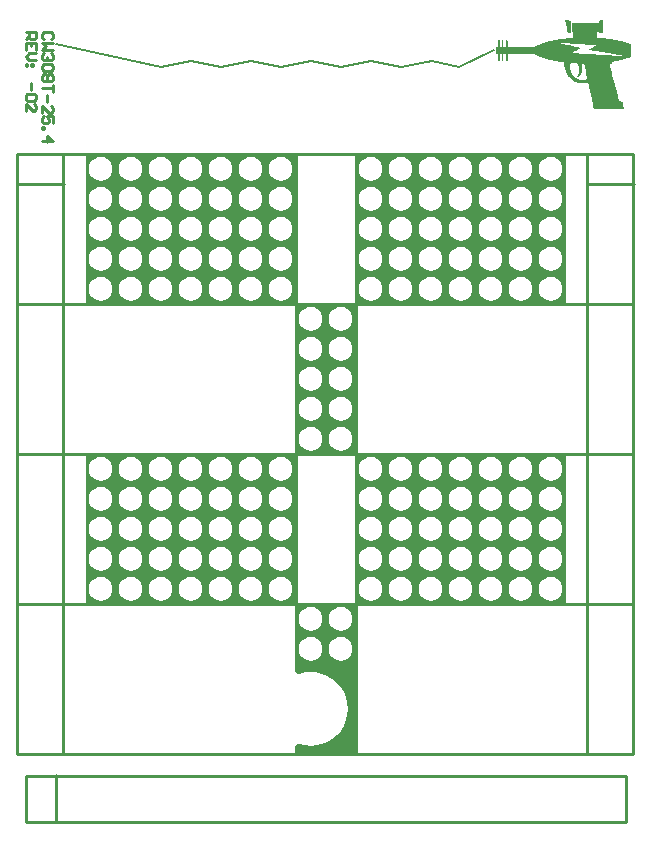
<source format=gto>
G04 Layer_Color=65535*
%FSLAX25Y25*%
%MOIN*%
G70*
G01*
G75*
%ADD11C,0.01000*%
%ADD20C,0.00800*%
G36*
X415000Y305000D02*
X435000D01*
Y255000D01*
X505000D01*
Y205000D01*
X435000D01*
Y255000D01*
X415000D01*
Y305000D01*
X345000D01*
Y355000D01*
X415000D01*
Y305000D01*
D02*
G37*
G36*
X505000D02*
X435000D01*
Y355000D01*
X505000D01*
X505000Y305000D01*
D02*
G37*
G36*
X415000Y205000D02*
X435000D01*
Y155000D01*
X415000D01*
Y157839D01*
X415832Y158395D01*
X416182Y158249D01*
X418067Y157797D01*
X420000Y157645D01*
X421933Y157797D01*
X423818Y158249D01*
X425609Y158991D01*
X427262Y160004D01*
X428737Y161263D01*
X429996Y162738D01*
X431009Y164391D01*
X431751Y166182D01*
X432203Y168067D01*
X432355Y170000D01*
X432203Y171933D01*
X431751Y173818D01*
X431009Y175609D01*
X429996Y177262D01*
X428737Y178737D01*
X427262Y179996D01*
X425609Y181009D01*
X423818Y181751D01*
X421933Y182203D01*
X420000Y182355D01*
X418067Y182203D01*
X416182Y181751D01*
X415832Y181606D01*
X415000Y182161D01*
Y205000D01*
X345000D01*
Y255000D01*
X415000D01*
Y205000D01*
D02*
G37*
G36*
X517361Y399313D02*
Y399158D01*
Y399004D01*
Y398849D01*
Y398694D01*
Y398540D01*
Y398385D01*
Y398231D01*
Y398076D01*
Y397921D01*
Y397767D01*
Y397612D01*
Y397457D01*
Y397303D01*
Y397148D01*
Y396993D01*
Y396839D01*
Y396684D01*
Y396530D01*
Y396375D01*
Y396220D01*
Y396066D01*
Y395911D01*
Y395756D01*
Y395602D01*
Y395447D01*
Y395292D01*
Y395138D01*
X516124D01*
Y395292D01*
Y395447D01*
Y395602D01*
X515506D01*
Y395447D01*
Y395292D01*
Y395138D01*
Y394983D01*
Y394829D01*
Y394674D01*
Y394519D01*
Y394365D01*
Y394210D01*
Y394056D01*
Y393901D01*
Y393746D01*
Y393592D01*
X516588D01*
Y393437D01*
X518289D01*
Y393282D01*
X519681D01*
Y393128D01*
X520918D01*
Y392973D01*
X521845D01*
Y392818D01*
X522618D01*
Y392664D01*
X523392D01*
Y392509D01*
X524010D01*
Y392355D01*
X524629D01*
Y392200D01*
X525247D01*
Y392045D01*
X525711D01*
Y391891D01*
X526175D01*
Y391736D01*
X526639D01*
Y391581D01*
X526948D01*
Y391427D01*
Y391272D01*
Y391118D01*
Y390963D01*
Y390808D01*
Y390654D01*
Y390499D01*
Y390344D01*
Y390190D01*
Y390035D01*
Y389880D01*
Y389726D01*
Y389571D01*
Y389417D01*
Y389262D01*
Y389107D01*
Y388953D01*
Y388798D01*
Y388644D01*
Y388489D01*
Y388334D01*
Y388180D01*
Y388025D01*
Y387870D01*
Y387716D01*
Y387561D01*
Y387406D01*
Y387252D01*
X526639D01*
Y387097D01*
X526330D01*
Y386943D01*
X525866D01*
Y386788D01*
X525247D01*
Y386633D01*
X524783D01*
Y386479D01*
X524165D01*
Y386324D01*
X523546D01*
Y386169D01*
X522773D01*
Y386015D01*
X522000D01*
Y385860D01*
X521072D01*
Y385705D01*
X520299D01*
Y385551D01*
Y385396D01*
Y385242D01*
Y385087D01*
X520144D01*
Y384932D01*
X519990D01*
Y384778D01*
X519835D01*
Y384623D01*
Y384469D01*
X519681D01*
Y384314D01*
X519835D01*
Y384159D01*
Y384005D01*
Y383850D01*
Y383695D01*
X519990D01*
Y383541D01*
Y383386D01*
Y383231D01*
X520144D01*
Y383077D01*
Y382922D01*
Y382768D01*
Y382613D01*
X520299D01*
Y382458D01*
Y382304D01*
Y382149D01*
Y381994D01*
X520454D01*
Y381840D01*
Y381685D01*
Y381530D01*
Y381376D01*
X520608D01*
Y381221D01*
Y381067D01*
Y380912D01*
Y380757D01*
X520763D01*
Y380603D01*
Y380448D01*
Y380293D01*
X520918D01*
Y380139D01*
Y379984D01*
Y379830D01*
Y379675D01*
X521072D01*
Y379520D01*
Y379366D01*
Y379211D01*
Y379057D01*
X521227D01*
Y378902D01*
Y378747D01*
Y378593D01*
Y378438D01*
X521382D01*
Y378283D01*
Y378129D01*
Y377974D01*
Y377819D01*
X521536D01*
Y377665D01*
Y377510D01*
Y377356D01*
X521691D01*
Y377201D01*
Y377046D01*
Y376892D01*
Y376737D01*
X521845D01*
Y376582D01*
Y376428D01*
Y376273D01*
Y376118D01*
X522000D01*
Y375964D01*
Y375809D01*
Y375655D01*
Y375500D01*
X522155D01*
Y375345D01*
Y375191D01*
Y375036D01*
Y374882D01*
X522309D01*
Y374727D01*
Y374572D01*
Y374418D01*
X522464D01*
Y374263D01*
Y374108D01*
Y373954D01*
Y373799D01*
X522618D01*
Y373644D01*
Y373490D01*
Y373335D01*
Y373181D01*
X522773D01*
Y373026D01*
Y372871D01*
Y372717D01*
Y372562D01*
X523392D01*
Y372407D01*
X523856D01*
Y372253D01*
Y372098D01*
X524010D01*
Y371943D01*
Y371789D01*
Y371634D01*
Y371480D01*
X524165D01*
Y371325D01*
Y371170D01*
Y371016D01*
Y370861D01*
Y370707D01*
X524319D01*
Y370552D01*
Y370397D01*
Y370243D01*
Y370088D01*
X524474D01*
Y369933D01*
X524319D01*
Y369779D01*
X514578D01*
Y369933D01*
X514423D01*
Y370088D01*
Y370243D01*
X514268D01*
Y370397D01*
Y370552D01*
Y370707D01*
Y370861D01*
Y371016D01*
X514114D01*
Y371170D01*
Y371325D01*
Y371480D01*
Y371634D01*
Y371789D01*
X513959D01*
Y371943D01*
Y372098D01*
Y372253D01*
Y372407D01*
X513805D01*
Y372562D01*
Y372717D01*
Y372871D01*
Y373026D01*
Y373181D01*
X513650D01*
Y373335D01*
Y373490D01*
Y373644D01*
Y373799D01*
X513495D01*
Y373954D01*
Y374108D01*
Y374263D01*
Y374418D01*
Y374572D01*
X513341D01*
Y374727D01*
Y374882D01*
Y375036D01*
Y375191D01*
Y375345D01*
X513186D01*
Y375500D01*
Y375655D01*
Y375809D01*
Y375964D01*
X513031D01*
Y376118D01*
Y376273D01*
Y376428D01*
Y376582D01*
Y376737D01*
X512877D01*
Y376892D01*
Y377046D01*
Y377201D01*
Y377356D01*
Y377510D01*
X512722D01*
Y377665D01*
Y377819D01*
Y377974D01*
Y378129D01*
X512568D01*
Y378283D01*
Y378438D01*
Y378593D01*
Y378747D01*
X512258D01*
Y378593D01*
X511485D01*
Y378438D01*
X510403D01*
Y378593D01*
X509320D01*
Y378747D01*
X508702D01*
Y378902D01*
X508393D01*
Y379057D01*
X507929D01*
Y379211D01*
X507774D01*
Y379366D01*
X507465D01*
Y379520D01*
X507156D01*
Y379675D01*
X507001D01*
Y379830D01*
X506846D01*
Y379984D01*
X506692D01*
Y380139D01*
X506537D01*
Y380293D01*
X506383D01*
Y380448D01*
X506228D01*
Y380603D01*
X506073D01*
Y380757D01*
X505919D01*
Y380912D01*
Y381067D01*
X505764D01*
Y381221D01*
X505609D01*
Y381376D01*
Y381530D01*
X505455D01*
Y381685D01*
X505300D01*
Y381840D01*
Y381994D01*
X505145D01*
Y382149D01*
Y382304D01*
X504991D01*
Y382458D01*
Y382613D01*
Y382768D01*
X504836D01*
Y382922D01*
Y383077D01*
Y383231D01*
X504681D01*
Y383386D01*
Y383541D01*
Y383695D01*
Y383850D01*
X504527D01*
Y384005D01*
Y384159D01*
Y384314D01*
Y384469D01*
Y384623D01*
Y384778D01*
Y384932D01*
Y385087D01*
Y385242D01*
Y385396D01*
Y385551D01*
X503444D01*
Y385705D01*
X502362D01*
Y385860D01*
X501434D01*
Y386015D01*
X500661D01*
Y386169D01*
X499888D01*
Y386324D01*
X499269D01*
Y386479D01*
X498651D01*
Y386633D01*
X498033D01*
Y386788D01*
X497569D01*
Y386943D01*
X497105D01*
Y387097D01*
X496795D01*
Y387252D01*
X496332D01*
Y387406D01*
X496022D01*
Y387561D01*
X495713D01*
Y387716D01*
X495404D01*
Y387870D01*
X495249D01*
Y388025D01*
X494940D01*
Y388180D01*
X494785D01*
Y388334D01*
X485662D01*
Y388180D01*
Y388025D01*
Y387870D01*
Y387716D01*
Y387561D01*
Y387406D01*
Y387252D01*
Y387097D01*
Y386943D01*
Y386788D01*
Y386633D01*
Y386479D01*
Y386324D01*
Y386169D01*
Y386015D01*
X485044D01*
Y386169D01*
Y386324D01*
Y386479D01*
Y386633D01*
Y386788D01*
Y386943D01*
Y387097D01*
Y387252D01*
Y387406D01*
Y387561D01*
Y387716D01*
Y387870D01*
Y388025D01*
Y388180D01*
Y388334D01*
X484270D01*
Y388180D01*
Y388025D01*
Y387870D01*
Y387716D01*
Y387561D01*
Y387406D01*
Y387252D01*
Y387097D01*
Y386943D01*
Y386788D01*
Y386633D01*
Y386479D01*
Y386324D01*
Y386169D01*
Y386015D01*
X483652D01*
Y386169D01*
Y386324D01*
Y386479D01*
Y386633D01*
Y386788D01*
Y386943D01*
Y387097D01*
Y387252D01*
Y387406D01*
Y387561D01*
Y387716D01*
Y387870D01*
Y388025D01*
Y388180D01*
Y388334D01*
X483033D01*
Y388180D01*
Y388025D01*
Y387870D01*
Y387716D01*
Y387561D01*
Y387406D01*
Y387252D01*
Y387097D01*
Y386943D01*
Y386788D01*
Y386633D01*
Y386479D01*
Y386324D01*
Y386169D01*
Y386015D01*
X482415D01*
Y386169D01*
Y386324D01*
Y386479D01*
Y386633D01*
Y386788D01*
Y386943D01*
Y387097D01*
Y387252D01*
Y387406D01*
Y387561D01*
Y387716D01*
Y387870D01*
Y388025D01*
Y388180D01*
Y388334D01*
X481951D01*
Y388489D01*
Y388644D01*
Y388798D01*
Y388953D01*
Y389107D01*
Y389262D01*
Y389417D01*
Y389571D01*
Y389726D01*
Y389880D01*
Y390035D01*
Y390190D01*
Y390344D01*
Y390499D01*
X482415D01*
Y390654D01*
Y390808D01*
Y390963D01*
Y391118D01*
Y391272D01*
Y391427D01*
Y391581D01*
Y391736D01*
Y391891D01*
Y392045D01*
Y392200D01*
Y392355D01*
Y392509D01*
Y392664D01*
X482570D01*
Y392818D01*
X483033D01*
Y392664D01*
Y392509D01*
Y392355D01*
Y392200D01*
Y392045D01*
Y391891D01*
Y391736D01*
Y391581D01*
Y391427D01*
Y391272D01*
Y391118D01*
Y390963D01*
Y390808D01*
Y390654D01*
Y390499D01*
X483652D01*
Y390654D01*
Y390808D01*
Y390963D01*
Y391118D01*
Y391272D01*
Y391427D01*
Y391581D01*
Y391736D01*
Y391891D01*
Y392045D01*
Y392200D01*
Y392355D01*
Y392509D01*
Y392664D01*
Y392818D01*
X484270D01*
Y392664D01*
Y392509D01*
Y392355D01*
Y392200D01*
Y392045D01*
Y391891D01*
Y391736D01*
Y391581D01*
Y391427D01*
Y391272D01*
Y391118D01*
Y390963D01*
Y390808D01*
Y390654D01*
Y390499D01*
X485044D01*
Y390654D01*
Y390808D01*
Y390963D01*
Y391118D01*
Y391272D01*
Y391427D01*
Y391581D01*
Y391736D01*
Y391891D01*
Y392045D01*
Y392200D01*
Y392355D01*
Y392509D01*
Y392664D01*
Y392818D01*
X485507D01*
Y392664D01*
X485662D01*
Y392509D01*
Y392355D01*
Y392200D01*
Y392045D01*
Y391891D01*
Y391736D01*
Y391581D01*
Y391427D01*
Y391272D01*
Y391118D01*
Y390963D01*
Y390808D01*
Y390654D01*
Y390499D01*
X494785D01*
Y390654D01*
X494940D01*
Y390808D01*
X495249D01*
Y390963D01*
X495404D01*
Y391118D01*
X495713D01*
Y391272D01*
X496022D01*
Y391427D01*
X496486D01*
Y391581D01*
X496795D01*
Y391736D01*
X497259D01*
Y391891D01*
X497723D01*
Y392045D01*
X498187D01*
Y392200D01*
X498651D01*
Y392355D01*
X499269D01*
Y392509D01*
X500043D01*
Y392664D01*
X500816D01*
Y392818D01*
X501589D01*
Y392973D01*
X502517D01*
Y393128D01*
X503599D01*
Y393282D01*
X504991D01*
Y393437D01*
X506846D01*
Y393592D01*
X507310D01*
Y393746D01*
Y393901D01*
Y394056D01*
Y394210D01*
Y394365D01*
Y394519D01*
Y394674D01*
Y394829D01*
Y394983D01*
Y395138D01*
Y395292D01*
Y395447D01*
Y395602D01*
X507001D01*
Y395756D01*
Y395911D01*
Y396066D01*
Y396220D01*
Y396375D01*
Y396530D01*
Y396684D01*
Y396839D01*
Y396993D01*
Y397148D01*
Y397303D01*
Y397457D01*
Y397612D01*
Y397767D01*
Y397921D01*
Y398076D01*
Y398231D01*
Y398385D01*
Y398540D01*
X516124D01*
Y398694D01*
Y398849D01*
Y399004D01*
Y399158D01*
X516433D01*
Y399313D01*
Y399467D01*
X517361D01*
Y399313D01*
D02*
G37*
G36*
X506228D02*
Y399158D01*
X506846D01*
Y399004D01*
Y398849D01*
Y398694D01*
Y398540D01*
Y398385D01*
Y398231D01*
Y398076D01*
Y397921D01*
Y397767D01*
Y397612D01*
Y397457D01*
Y397303D01*
Y397148D01*
Y396993D01*
Y396839D01*
Y396684D01*
Y396530D01*
Y396375D01*
Y396220D01*
Y396066D01*
Y395911D01*
Y395756D01*
Y395602D01*
Y395447D01*
Y395292D01*
Y395138D01*
X505764D01*
Y395292D01*
Y395447D01*
Y395602D01*
X505609D01*
Y395756D01*
Y395911D01*
Y396066D01*
Y396220D01*
X505455D01*
Y396375D01*
Y396530D01*
Y396684D01*
Y396839D01*
X505300D01*
Y396993D01*
Y397148D01*
Y397303D01*
Y397457D01*
Y397612D01*
X505145D01*
Y397767D01*
Y397921D01*
Y398076D01*
Y398231D01*
X504991D01*
Y398385D01*
Y398540D01*
Y398694D01*
Y398849D01*
X504836D01*
Y399004D01*
Y399158D01*
Y399313D01*
Y399467D01*
X506228D01*
Y399313D01*
D02*
G37*
%LPC*%
G36*
X470000Y243934D02*
X468982Y243800D01*
X468033Y243407D01*
X467218Y242781D01*
X466593Y241967D01*
X466200Y241018D01*
X466066Y240000D01*
X466200Y238982D01*
X466593Y238033D01*
X467218Y237218D01*
X468033Y236593D01*
X468982Y236200D01*
X470000Y236066D01*
X471018Y236200D01*
X471967Y236593D01*
X472782Y237218D01*
X473407Y238033D01*
X473800Y238982D01*
X473934Y240000D01*
X473800Y241018D01*
X473407Y241967D01*
X472782Y242781D01*
X471967Y243407D01*
X471018Y243800D01*
X470000Y243934D01*
D02*
G37*
G36*
X480000D02*
X478982Y243800D01*
X478033Y243407D01*
X477218Y242781D01*
X476593Y241967D01*
X476200Y241018D01*
X476066Y240000D01*
X476200Y238982D01*
X476593Y238033D01*
X477218Y237218D01*
X478033Y236593D01*
X478982Y236200D01*
X480000Y236066D01*
X481018Y236200D01*
X481967Y236593D01*
X482782Y237218D01*
X483407Y238033D01*
X483800Y238982D01*
X483934Y240000D01*
X483800Y241018D01*
X483407Y241967D01*
X482782Y242781D01*
X481967Y243407D01*
X481018Y243800D01*
X480000Y243934D01*
D02*
G37*
G36*
X460000D02*
X458982Y243800D01*
X458033Y243407D01*
X457219Y242781D01*
X456593Y241967D01*
X456200Y241018D01*
X456066Y240000D01*
X456200Y238982D01*
X456593Y238033D01*
X457219Y237218D01*
X458033Y236593D01*
X458982Y236200D01*
X460000Y236066D01*
X461018Y236200D01*
X461967Y236593D01*
X462781Y237218D01*
X463407Y238033D01*
X463800Y238982D01*
X463934Y240000D01*
X463800Y241018D01*
X463407Y241967D01*
X462781Y242781D01*
X461967Y243407D01*
X461018Y243800D01*
X460000Y243934D01*
D02*
G37*
G36*
X440000D02*
X438982Y243800D01*
X438033Y243407D01*
X437219Y242781D01*
X436593Y241967D01*
X436200Y241018D01*
X436066Y240000D01*
X436200Y238982D01*
X436593Y238033D01*
X437219Y237218D01*
X438033Y236593D01*
X438982Y236200D01*
X440000Y236066D01*
X441018Y236200D01*
X441967Y236593D01*
X442781Y237218D01*
X443407Y238033D01*
X443800Y238982D01*
X443934Y240000D01*
X443800Y241018D01*
X443407Y241967D01*
X442781Y242781D01*
X441967Y243407D01*
X441018Y243800D01*
X440000Y243934D01*
D02*
G37*
G36*
X450000D02*
X448982Y243800D01*
X448033Y243407D01*
X447219Y242781D01*
X446593Y241967D01*
X446200Y241018D01*
X446066Y240000D01*
X446200Y238982D01*
X446593Y238033D01*
X447219Y237218D01*
X448033Y236593D01*
X448982Y236200D01*
X450000Y236066D01*
X451018Y236200D01*
X451967Y236593D01*
X452781Y237218D01*
X453407Y238033D01*
X453800Y238982D01*
X453934Y240000D01*
X453800Y241018D01*
X453407Y241967D01*
X452781Y242781D01*
X451967Y243407D01*
X451018Y243800D01*
X450000Y243934D01*
D02*
G37*
G36*
X460000Y233934D02*
X458982Y233800D01*
X458033Y233407D01*
X457219Y232782D01*
X456593Y231967D01*
X456200Y231018D01*
X456066Y230000D01*
X456200Y228982D01*
X456593Y228033D01*
X457219Y227219D01*
X458033Y226593D01*
X458982Y226200D01*
X460000Y226066D01*
X461018Y226200D01*
X461967Y226593D01*
X462781Y227219D01*
X463407Y228033D01*
X463800Y228982D01*
X463934Y230000D01*
X463800Y231018D01*
X463407Y231967D01*
X462781Y232782D01*
X461967Y233407D01*
X461018Y233800D01*
X460000Y233934D01*
D02*
G37*
G36*
X470000D02*
X468982Y233800D01*
X468033Y233407D01*
X467218Y232782D01*
X466593Y231967D01*
X466200Y231018D01*
X466066Y230000D01*
X466200Y228982D01*
X466593Y228033D01*
X467218Y227219D01*
X468033Y226593D01*
X468982Y226200D01*
X470000Y226066D01*
X471018Y226200D01*
X471967Y226593D01*
X472782Y227219D01*
X473407Y228033D01*
X473800Y228982D01*
X473934Y230000D01*
X473800Y231018D01*
X473407Y231967D01*
X472782Y232782D01*
X471967Y233407D01*
X471018Y233800D01*
X470000Y233934D01*
D02*
G37*
G36*
X440000D02*
X438982Y233800D01*
X438033Y233407D01*
X437219Y232782D01*
X436593Y231967D01*
X436200Y231018D01*
X436066Y230000D01*
X436200Y228982D01*
X436593Y228033D01*
X437219Y227219D01*
X438033Y226593D01*
X438982Y226200D01*
X440000Y226066D01*
X441018Y226200D01*
X441967Y226593D01*
X442781Y227219D01*
X443407Y228033D01*
X443800Y228982D01*
X443934Y230000D01*
X443800Y231018D01*
X443407Y231967D01*
X442781Y232782D01*
X441967Y233407D01*
X441018Y233800D01*
X440000Y233934D01*
D02*
G37*
G36*
X450000D02*
X448982Y233800D01*
X448033Y233407D01*
X447219Y232782D01*
X446593Y231967D01*
X446200Y231018D01*
X446066Y230000D01*
X446200Y228982D01*
X446593Y228033D01*
X447219Y227219D01*
X448033Y226593D01*
X448982Y226200D01*
X450000Y226066D01*
X451018Y226200D01*
X451967Y226593D01*
X452781Y227219D01*
X453407Y228033D01*
X453800Y228982D01*
X453934Y230000D01*
X453800Y231018D01*
X453407Y231967D01*
X452781Y232782D01*
X451967Y233407D01*
X451018Y233800D01*
X450000Y233934D01*
D02*
G37*
G36*
X480000D02*
X478982Y233800D01*
X478033Y233407D01*
X477218Y232782D01*
X476593Y231967D01*
X476200Y231018D01*
X476066Y230000D01*
X476200Y228982D01*
X476593Y228033D01*
X477218Y227219D01*
X478033Y226593D01*
X478982Y226200D01*
X480000Y226066D01*
X481018Y226200D01*
X481967Y226593D01*
X482782Y227219D01*
X483407Y228033D01*
X483800Y228982D01*
X483934Y230000D01*
X483800Y231018D01*
X483407Y231967D01*
X482782Y232782D01*
X481967Y233407D01*
X481018Y233800D01*
X480000Y233934D01*
D02*
G37*
G36*
X490000D02*
X488982Y233800D01*
X488033Y233407D01*
X487219Y232782D01*
X486593Y231967D01*
X486200Y231018D01*
X486066Y230000D01*
X486200Y228982D01*
X486593Y228033D01*
X487219Y227219D01*
X488033Y226593D01*
X488982Y226200D01*
X490000Y226066D01*
X491018Y226200D01*
X491967Y226593D01*
X492781Y227219D01*
X493407Y228033D01*
X493800Y228982D01*
X493934Y230000D01*
X493800Y231018D01*
X493407Y231967D01*
X492781Y232782D01*
X491967Y233407D01*
X491018Y233800D01*
X490000Y233934D01*
D02*
G37*
G36*
X500000D02*
X498982Y233800D01*
X498033Y233407D01*
X497219Y232782D01*
X496593Y231967D01*
X496200Y231018D01*
X496066Y230000D01*
X496200Y228982D01*
X496593Y228033D01*
X497219Y227219D01*
X498033Y226593D01*
X498982Y226200D01*
X500000Y226066D01*
X501018Y226200D01*
X501967Y226593D01*
X502781Y227219D01*
X503407Y228033D01*
X503800Y228982D01*
X503934Y230000D01*
X503800Y231018D01*
X503407Y231967D01*
X502781Y232782D01*
X501967Y233407D01*
X501018Y233800D01*
X500000Y233934D01*
D02*
G37*
G36*
X470000Y253934D02*
X468982Y253800D01*
X468033Y253407D01*
X467218Y252782D01*
X466593Y251967D01*
X466200Y251018D01*
X466066Y250000D01*
X466200Y248982D01*
X466593Y248033D01*
X467218Y247218D01*
X468033Y246593D01*
X468982Y246200D01*
X470000Y246066D01*
X471018Y246200D01*
X471967Y246593D01*
X472782Y247218D01*
X473407Y248033D01*
X473800Y248982D01*
X473934Y250000D01*
X473800Y251018D01*
X473407Y251967D01*
X472782Y252782D01*
X471967Y253407D01*
X471018Y253800D01*
X470000Y253934D01*
D02*
G37*
G36*
X480000D02*
X478982Y253800D01*
X478033Y253407D01*
X477218Y252782D01*
X476593Y251967D01*
X476200Y251018D01*
X476066Y250000D01*
X476200Y248982D01*
X476593Y248033D01*
X477218Y247218D01*
X478033Y246593D01*
X478982Y246200D01*
X480000Y246066D01*
X481018Y246200D01*
X481967Y246593D01*
X482782Y247218D01*
X483407Y248033D01*
X483800Y248982D01*
X483934Y250000D01*
X483800Y251018D01*
X483407Y251967D01*
X482782Y252782D01*
X481967Y253407D01*
X481018Y253800D01*
X480000Y253934D01*
D02*
G37*
G36*
X450000D02*
X448982Y253800D01*
X448033Y253407D01*
X447219Y252782D01*
X446593Y251967D01*
X446200Y251018D01*
X446066Y250000D01*
X446200Y248982D01*
X446593Y248033D01*
X447219Y247218D01*
X448033Y246593D01*
X448982Y246200D01*
X450000Y246066D01*
X451018Y246200D01*
X451967Y246593D01*
X452781Y247218D01*
X453407Y248033D01*
X453800Y248982D01*
X453934Y250000D01*
X453800Y251018D01*
X453407Y251967D01*
X452781Y252782D01*
X451967Y253407D01*
X451018Y253800D01*
X450000Y253934D01*
D02*
G37*
G36*
X460000D02*
X458982Y253800D01*
X458033Y253407D01*
X457219Y252782D01*
X456593Y251967D01*
X456200Y251018D01*
X456066Y250000D01*
X456200Y248982D01*
X456593Y248033D01*
X457219Y247218D01*
X458033Y246593D01*
X458982Y246200D01*
X460000Y246066D01*
X461018Y246200D01*
X461967Y246593D01*
X462781Y247218D01*
X463407Y248033D01*
X463800Y248982D01*
X463934Y250000D01*
X463800Y251018D01*
X463407Y251967D01*
X462781Y252782D01*
X461967Y253407D01*
X461018Y253800D01*
X460000Y253934D01*
D02*
G37*
G36*
X490000D02*
X488982Y253800D01*
X488033Y253407D01*
X487219Y252782D01*
X486593Y251967D01*
X486200Y251018D01*
X486066Y250000D01*
X486200Y248982D01*
X486593Y248033D01*
X487219Y247218D01*
X488033Y246593D01*
X488982Y246200D01*
X490000Y246066D01*
X491018Y246200D01*
X491967Y246593D01*
X492781Y247218D01*
X493407Y248033D01*
X493800Y248982D01*
X493934Y250000D01*
X493800Y251018D01*
X493407Y251967D01*
X492781Y252782D01*
X491967Y253407D01*
X491018Y253800D01*
X490000Y253934D01*
D02*
G37*
G36*
X430000Y263934D02*
X428982Y263800D01*
X428033Y263407D01*
X427218Y262782D01*
X426593Y261967D01*
X426200Y261018D01*
X426066Y260000D01*
X426200Y258982D01*
X426593Y258033D01*
X427218Y257219D01*
X428033Y256593D01*
X428982Y256200D01*
X430000Y256066D01*
X431018Y256200D01*
X431967Y256593D01*
X432782Y257219D01*
X433407Y258033D01*
X433800Y258982D01*
X433934Y260000D01*
X433800Y261018D01*
X433407Y261967D01*
X432782Y262782D01*
X431967Y263407D01*
X431018Y263800D01*
X430000Y263934D01*
D02*
G37*
G36*
X420000Y273934D02*
X418982Y273800D01*
X418033Y273407D01*
X417218Y272781D01*
X416593Y271967D01*
X416200Y271018D01*
X416066Y270000D01*
X416200Y268982D01*
X416593Y268033D01*
X417218Y267218D01*
X418033Y266593D01*
X418982Y266200D01*
X420000Y266066D01*
X421018Y266200D01*
X421967Y266593D01*
X422782Y267218D01*
X423407Y268033D01*
X423800Y268982D01*
X423934Y270000D01*
X423800Y271018D01*
X423407Y271967D01*
X422782Y272781D01*
X421967Y273407D01*
X421018Y273800D01*
X420000Y273934D01*
D02*
G37*
G36*
X500000Y253934D02*
X498982Y253800D01*
X498033Y253407D01*
X497219Y252782D01*
X496593Y251967D01*
X496200Y251018D01*
X496066Y250000D01*
X496200Y248982D01*
X496593Y248033D01*
X497219Y247218D01*
X498033Y246593D01*
X498982Y246200D01*
X500000Y246066D01*
X501018Y246200D01*
X501967Y246593D01*
X502781Y247218D01*
X503407Y248033D01*
X503800Y248982D01*
X503934Y250000D01*
X503800Y251018D01*
X503407Y251967D01*
X502781Y252782D01*
X501967Y253407D01*
X501018Y253800D01*
X500000Y253934D01*
D02*
G37*
G36*
X420000Y263934D02*
X418982Y263800D01*
X418033Y263407D01*
X417218Y262782D01*
X416593Y261967D01*
X416200Y261018D01*
X416066Y260000D01*
X416200Y258982D01*
X416593Y258033D01*
X417218Y257219D01*
X418033Y256593D01*
X418982Y256200D01*
X420000Y256066D01*
X421018Y256200D01*
X421967Y256593D01*
X422782Y257219D01*
X423407Y258033D01*
X423800Y258982D01*
X423934Y260000D01*
X423800Y261018D01*
X423407Y261967D01*
X422782Y262782D01*
X421967Y263407D01*
X421018Y263800D01*
X420000Y263934D01*
D02*
G37*
G36*
X440000Y253934D02*
X438982Y253800D01*
X438033Y253407D01*
X437219Y252782D01*
X436593Y251967D01*
X436200Y251018D01*
X436066Y250000D01*
X436200Y248982D01*
X436593Y248033D01*
X437219Y247218D01*
X438033Y246593D01*
X438982Y246200D01*
X440000Y246066D01*
X441018Y246200D01*
X441967Y246593D01*
X442781Y247218D01*
X443407Y248033D01*
X443800Y248982D01*
X443934Y250000D01*
X443800Y251018D01*
X443407Y251967D01*
X442781Y252782D01*
X441967Y253407D01*
X441018Y253800D01*
X440000Y253934D01*
D02*
G37*
G36*
X490000Y243934D02*
X488982Y243800D01*
X488033Y243407D01*
X487219Y242781D01*
X486593Y241967D01*
X486200Y241018D01*
X486066Y240000D01*
X486200Y238982D01*
X486593Y238033D01*
X487219Y237218D01*
X488033Y236593D01*
X488982Y236200D01*
X490000Y236066D01*
X491018Y236200D01*
X491967Y236593D01*
X492781Y237218D01*
X493407Y238033D01*
X493800Y238982D01*
X493934Y240000D01*
X493800Y241018D01*
X493407Y241967D01*
X492781Y242781D01*
X491967Y243407D01*
X491018Y243800D01*
X490000Y243934D01*
D02*
G37*
G36*
X500000D02*
X498982Y243800D01*
X498033Y243407D01*
X497219Y242781D01*
X496593Y241967D01*
X496200Y241018D01*
X496066Y240000D01*
X496200Y238982D01*
X496593Y238033D01*
X497219Y237218D01*
X498033Y236593D01*
X498982Y236200D01*
X500000Y236066D01*
X501018Y236200D01*
X501967Y236593D01*
X502781Y237218D01*
X503407Y238033D01*
X503800Y238982D01*
X503934Y240000D01*
X503800Y241018D01*
X503407Y241967D01*
X502781Y242781D01*
X501967Y243407D01*
X501018Y243800D01*
X500000Y243934D01*
D02*
G37*
G36*
X450000Y213934D02*
X448982Y213800D01*
X448033Y213407D01*
X447219Y212782D01*
X446593Y211967D01*
X446200Y211018D01*
X446066Y210000D01*
X446200Y208982D01*
X446593Y208033D01*
X447219Y207219D01*
X448033Y206593D01*
X448982Y206200D01*
X450000Y206066D01*
X451018Y206200D01*
X451967Y206593D01*
X452781Y207219D01*
X453407Y208033D01*
X453800Y208982D01*
X453934Y210000D01*
X453800Y211018D01*
X453407Y211967D01*
X452781Y212782D01*
X451967Y213407D01*
X451018Y213800D01*
X450000Y213934D01*
D02*
G37*
G36*
X460000D02*
X458982Y213800D01*
X458033Y213407D01*
X457219Y212782D01*
X456593Y211967D01*
X456200Y211018D01*
X456066Y210000D01*
X456200Y208982D01*
X456593Y208033D01*
X457219Y207219D01*
X458033Y206593D01*
X458982Y206200D01*
X460000Y206066D01*
X461018Y206200D01*
X461967Y206593D01*
X462781Y207219D01*
X463407Y208033D01*
X463800Y208982D01*
X463934Y210000D01*
X463800Y211018D01*
X463407Y211967D01*
X462781Y212782D01*
X461967Y213407D01*
X461018Y213800D01*
X460000Y213934D01*
D02*
G37*
G36*
X440000D02*
X438982Y213800D01*
X438033Y213407D01*
X437219Y212782D01*
X436593Y211967D01*
X436200Y211018D01*
X436066Y210000D01*
X436200Y208982D01*
X436593Y208033D01*
X437219Y207219D01*
X438033Y206593D01*
X438982Y206200D01*
X440000Y206066D01*
X441018Y206200D01*
X441967Y206593D01*
X442781Y207219D01*
X443407Y208033D01*
X443800Y208982D01*
X443934Y210000D01*
X443800Y211018D01*
X443407Y211967D01*
X442781Y212782D01*
X441967Y213407D01*
X441018Y213800D01*
X440000Y213934D01*
D02*
G37*
G36*
X470000D02*
X468982Y213800D01*
X468033Y213407D01*
X467218Y212782D01*
X466593Y211967D01*
X466200Y211018D01*
X466066Y210000D01*
X466200Y208982D01*
X466593Y208033D01*
X467218Y207219D01*
X468033Y206593D01*
X468982Y206200D01*
X470000Y206066D01*
X471018Y206200D01*
X471967Y206593D01*
X472782Y207219D01*
X473407Y208033D01*
X473800Y208982D01*
X473934Y210000D01*
X473800Y211018D01*
X473407Y211967D01*
X472782Y212782D01*
X471967Y213407D01*
X471018Y213800D01*
X470000Y213934D01*
D02*
G37*
G36*
X500000D02*
X498982Y213800D01*
X498033Y213407D01*
X497219Y212782D01*
X496593Y211967D01*
X496200Y211018D01*
X496066Y210000D01*
X496200Y208982D01*
X496593Y208033D01*
X497219Y207219D01*
X498033Y206593D01*
X498982Y206200D01*
X500000Y206066D01*
X501018Y206200D01*
X501967Y206593D01*
X502781Y207219D01*
X503407Y208033D01*
X503800Y208982D01*
X503934Y210000D01*
X503800Y211018D01*
X503407Y211967D01*
X502781Y212782D01*
X501967Y213407D01*
X501018Y213800D01*
X500000Y213934D01*
D02*
G37*
G36*
X480000D02*
X478982Y213800D01*
X478033Y213407D01*
X477218Y212782D01*
X476593Y211967D01*
X476200Y211018D01*
X476066Y210000D01*
X476200Y208982D01*
X476593Y208033D01*
X477218Y207219D01*
X478033Y206593D01*
X478982Y206200D01*
X480000Y206066D01*
X481018Y206200D01*
X481967Y206593D01*
X482782Y207219D01*
X483407Y208033D01*
X483800Y208982D01*
X483934Y210000D01*
X483800Y211018D01*
X483407Y211967D01*
X482782Y212782D01*
X481967Y213407D01*
X481018Y213800D01*
X480000Y213934D01*
D02*
G37*
G36*
X490000D02*
X488982Y213800D01*
X488033Y213407D01*
X487219Y212782D01*
X486593Y211967D01*
X486200Y211018D01*
X486066Y210000D01*
X486200Y208982D01*
X486593Y208033D01*
X487219Y207219D01*
X488033Y206593D01*
X488982Y206200D01*
X490000Y206066D01*
X491018Y206200D01*
X491967Y206593D01*
X492781Y207219D01*
X493407Y208033D01*
X493800Y208982D01*
X493934Y210000D01*
X493800Y211018D01*
X493407Y211967D01*
X492781Y212782D01*
X491967Y213407D01*
X491018Y213800D01*
X490000Y213934D01*
D02*
G37*
G36*
Y223934D02*
X488982Y223800D01*
X488033Y223407D01*
X487219Y222781D01*
X486593Y221967D01*
X486200Y221018D01*
X486066Y220000D01*
X486200Y218982D01*
X486593Y218033D01*
X487219Y217218D01*
X488033Y216593D01*
X488982Y216200D01*
X490000Y216066D01*
X491018Y216200D01*
X491967Y216593D01*
X492781Y217218D01*
X493407Y218033D01*
X493800Y218982D01*
X493934Y220000D01*
X493800Y221018D01*
X493407Y221967D01*
X492781Y222781D01*
X491967Y223407D01*
X491018Y223800D01*
X490000Y223934D01*
D02*
G37*
G36*
X500000D02*
X498982Y223800D01*
X498033Y223407D01*
X497219Y222781D01*
X496593Y221967D01*
X496200Y221018D01*
X496066Y220000D01*
X496200Y218982D01*
X496593Y218033D01*
X497219Y217218D01*
X498033Y216593D01*
X498982Y216200D01*
X500000Y216066D01*
X501018Y216200D01*
X501967Y216593D01*
X502781Y217218D01*
X503407Y218033D01*
X503800Y218982D01*
X503934Y220000D01*
X503800Y221018D01*
X503407Y221967D01*
X502781Y222781D01*
X501967Y223407D01*
X501018Y223800D01*
X500000Y223934D01*
D02*
G37*
G36*
X480000D02*
X478982Y223800D01*
X478033Y223407D01*
X477218Y222781D01*
X476593Y221967D01*
X476200Y221018D01*
X476066Y220000D01*
X476200Y218982D01*
X476593Y218033D01*
X477218Y217218D01*
X478033Y216593D01*
X478982Y216200D01*
X480000Y216066D01*
X481018Y216200D01*
X481967Y216593D01*
X482782Y217218D01*
X483407Y218033D01*
X483800Y218982D01*
X483934Y220000D01*
X483800Y221018D01*
X483407Y221967D01*
X482782Y222781D01*
X481967Y223407D01*
X481018Y223800D01*
X480000Y223934D01*
D02*
G37*
G36*
X460000D02*
X458982Y223800D01*
X458033Y223407D01*
X457219Y222781D01*
X456593Y221967D01*
X456200Y221018D01*
X456066Y220000D01*
X456200Y218982D01*
X456593Y218033D01*
X457219Y217218D01*
X458033Y216593D01*
X458982Y216200D01*
X460000Y216066D01*
X461018Y216200D01*
X461967Y216593D01*
X462781Y217218D01*
X463407Y218033D01*
X463800Y218982D01*
X463934Y220000D01*
X463800Y221018D01*
X463407Y221967D01*
X462781Y222781D01*
X461967Y223407D01*
X461018Y223800D01*
X460000Y223934D01*
D02*
G37*
G36*
X470000D02*
X468982Y223800D01*
X468033Y223407D01*
X467218Y222781D01*
X466593Y221967D01*
X466200Y221018D01*
X466066Y220000D01*
X466200Y218982D01*
X466593Y218033D01*
X467218Y217218D01*
X468033Y216593D01*
X468982Y216200D01*
X470000Y216066D01*
X471018Y216200D01*
X471967Y216593D01*
X472782Y217218D01*
X473407Y218033D01*
X473800Y218982D01*
X473934Y220000D01*
X473800Y221018D01*
X473407Y221967D01*
X472782Y222781D01*
X471967Y223407D01*
X471018Y223800D01*
X470000Y223934D01*
D02*
G37*
G36*
X440000D02*
X438982Y223800D01*
X438033Y223407D01*
X437219Y222781D01*
X436593Y221967D01*
X436200Y221018D01*
X436066Y220000D01*
X436200Y218982D01*
X436593Y218033D01*
X437219Y217218D01*
X438033Y216593D01*
X438982Y216200D01*
X440000Y216066D01*
X441018Y216200D01*
X441967Y216593D01*
X442781Y217218D01*
X443407Y218033D01*
X443800Y218982D01*
X443934Y220000D01*
X443800Y221018D01*
X443407Y221967D01*
X442781Y222781D01*
X441967Y223407D01*
X441018Y223800D01*
X440000Y223934D01*
D02*
G37*
G36*
X450000D02*
X448982Y223800D01*
X448033Y223407D01*
X447219Y222781D01*
X446593Y221967D01*
X446200Y221018D01*
X446066Y220000D01*
X446200Y218982D01*
X446593Y218033D01*
X447219Y217218D01*
X448033Y216593D01*
X448982Y216200D01*
X450000Y216066D01*
X451018Y216200D01*
X451967Y216593D01*
X452781Y217218D01*
X453407Y218033D01*
X453800Y218982D01*
X453934Y220000D01*
X453800Y221018D01*
X453407Y221967D01*
X452781Y222781D01*
X451967Y223407D01*
X451018Y223800D01*
X450000Y223934D01*
D02*
G37*
G36*
X430000Y273934D02*
X428982Y273800D01*
X428033Y273407D01*
X427218Y272781D01*
X426593Y271967D01*
X426200Y271018D01*
X426066Y270000D01*
X426200Y268982D01*
X426593Y268033D01*
X427218Y267218D01*
X428033Y266593D01*
X428982Y266200D01*
X430000Y266066D01*
X431018Y266200D01*
X431967Y266593D01*
X432782Y267218D01*
X433407Y268033D01*
X433800Y268982D01*
X433934Y270000D01*
X433800Y271018D01*
X433407Y271967D01*
X432782Y272781D01*
X431967Y273407D01*
X431018Y273800D01*
X430000Y273934D01*
D02*
G37*
G36*
X390000Y343934D02*
X388982Y343800D01*
X388033Y343407D01*
X387218Y342781D01*
X386593Y341967D01*
X386200Y341018D01*
X386066Y340000D01*
X386200Y338982D01*
X386593Y338033D01*
X387218Y337218D01*
X388033Y336593D01*
X388982Y336200D01*
X390000Y336066D01*
X391018Y336200D01*
X391967Y336593D01*
X392781Y337218D01*
X393407Y338033D01*
X393800Y338982D01*
X393934Y340000D01*
X393800Y341018D01*
X393407Y341967D01*
X392781Y342781D01*
X391967Y343407D01*
X391018Y343800D01*
X390000Y343934D01*
D02*
G37*
G36*
X400000D02*
X398982Y343800D01*
X398033Y343407D01*
X397218Y342781D01*
X396593Y341967D01*
X396200Y341018D01*
X396066Y340000D01*
X396200Y338982D01*
X396593Y338033D01*
X397218Y337218D01*
X398033Y336593D01*
X398982Y336200D01*
X400000Y336066D01*
X401018Y336200D01*
X401967Y336593D01*
X402781Y337218D01*
X403407Y338033D01*
X403800Y338982D01*
X403934Y340000D01*
X403800Y341018D01*
X403407Y341967D01*
X402781Y342781D01*
X401967Y343407D01*
X401018Y343800D01*
X400000Y343934D01*
D02*
G37*
G36*
X370000D02*
X368982Y343800D01*
X368033Y343407D01*
X367218Y342781D01*
X366593Y341967D01*
X366200Y341018D01*
X366066Y340000D01*
X366200Y338982D01*
X366593Y338033D01*
X367218Y337218D01*
X368033Y336593D01*
X368982Y336200D01*
X370000Y336066D01*
X371018Y336200D01*
X371967Y336593D01*
X372781Y337218D01*
X373407Y338033D01*
X373800Y338982D01*
X373934Y340000D01*
X373800Y341018D01*
X373407Y341967D01*
X372781Y342781D01*
X371967Y343407D01*
X371018Y343800D01*
X370000Y343934D01*
D02*
G37*
G36*
X380000D02*
X378982Y343800D01*
X378033Y343407D01*
X377219Y342781D01*
X376593Y341967D01*
X376200Y341018D01*
X376066Y340000D01*
X376200Y338982D01*
X376593Y338033D01*
X377219Y337218D01*
X378033Y336593D01*
X378982Y336200D01*
X380000Y336066D01*
X381018Y336200D01*
X381967Y336593D01*
X382782Y337218D01*
X383407Y338033D01*
X383800Y338982D01*
X383934Y340000D01*
X383800Y341018D01*
X383407Y341967D01*
X382782Y342781D01*
X381967Y343407D01*
X381018Y343800D01*
X380000Y343934D01*
D02*
G37*
G36*
X410000D02*
X408982Y343800D01*
X408033Y343407D01*
X407219Y342781D01*
X406593Y341967D01*
X406200Y341018D01*
X406066Y340000D01*
X406200Y338982D01*
X406593Y338033D01*
X407219Y337218D01*
X408033Y336593D01*
X408982Y336200D01*
X410000Y336066D01*
X411018Y336200D01*
X411967Y336593D01*
X412781Y337218D01*
X413407Y338033D01*
X413800Y338982D01*
X413934Y340000D01*
X413800Y341018D01*
X413407Y341967D01*
X412781Y342781D01*
X411967Y343407D01*
X411018Y343800D01*
X410000Y343934D01*
D02*
G37*
G36*
X360000D02*
X358982Y343800D01*
X358033Y343407D01*
X357219Y342781D01*
X356593Y341967D01*
X356200Y341018D01*
X356066Y340000D01*
X356200Y338982D01*
X356593Y338033D01*
X357219Y337218D01*
X358033Y336593D01*
X358982Y336200D01*
X360000Y336066D01*
X361018Y336200D01*
X361967Y336593D01*
X362782Y337218D01*
X363407Y338033D01*
X363800Y338982D01*
X363934Y340000D01*
X363800Y341018D01*
X363407Y341967D01*
X362782Y342781D01*
X361967Y343407D01*
X361018Y343800D01*
X360000Y343934D01*
D02*
G37*
G36*
X410000Y333934D02*
X408982Y333800D01*
X408033Y333407D01*
X407219Y332782D01*
X406593Y331967D01*
X406200Y331018D01*
X406066Y330000D01*
X406200Y328982D01*
X406593Y328033D01*
X407219Y327219D01*
X408033Y326593D01*
X408982Y326200D01*
X410000Y326066D01*
X411018Y326200D01*
X411967Y326593D01*
X412781Y327219D01*
X413407Y328033D01*
X413800Y328982D01*
X413934Y330000D01*
X413800Y331018D01*
X413407Y331967D01*
X412781Y332782D01*
X411967Y333407D01*
X411018Y333800D01*
X410000Y333934D01*
D02*
G37*
G36*
X350000Y343934D02*
X348982Y343800D01*
X348033Y343407D01*
X347218Y342781D01*
X346593Y341967D01*
X346200Y341018D01*
X346066Y340000D01*
X346200Y338982D01*
X346593Y338033D01*
X347218Y337218D01*
X348033Y336593D01*
X348982Y336200D01*
X350000Y336066D01*
X351018Y336200D01*
X351967Y336593D01*
X352782Y337218D01*
X353407Y338033D01*
X353800Y338982D01*
X353934Y340000D01*
X353800Y341018D01*
X353407Y341967D01*
X352782Y342781D01*
X351967Y343407D01*
X351018Y343800D01*
X350000Y343934D01*
D02*
G37*
G36*
Y353934D02*
X348982Y353800D01*
X348033Y353407D01*
X347218Y352782D01*
X346593Y351967D01*
X346200Y351018D01*
X346066Y350000D01*
X346200Y348982D01*
X346593Y348033D01*
X347218Y347218D01*
X348033Y346593D01*
X348982Y346200D01*
X350000Y346066D01*
X351018Y346200D01*
X351967Y346593D01*
X352782Y347218D01*
X353407Y348033D01*
X353800Y348982D01*
X353934Y350000D01*
X353800Y351018D01*
X353407Y351967D01*
X352782Y352782D01*
X351967Y353407D01*
X351018Y353800D01*
X350000Y353934D01*
D02*
G37*
G36*
X360000D02*
X358982Y353800D01*
X358033Y353407D01*
X357219Y352782D01*
X356593Y351967D01*
X356200Y351018D01*
X356066Y350000D01*
X356200Y348982D01*
X356593Y348033D01*
X357219Y347218D01*
X358033Y346593D01*
X358982Y346200D01*
X360000Y346066D01*
X361018Y346200D01*
X361967Y346593D01*
X362782Y347218D01*
X363407Y348033D01*
X363800Y348982D01*
X363934Y350000D01*
X363800Y351018D01*
X363407Y351967D01*
X362782Y352782D01*
X361967Y353407D01*
X361018Y353800D01*
X360000Y353934D01*
D02*
G37*
G36*
X370000D02*
X368982Y353800D01*
X368033Y353407D01*
X367218Y352782D01*
X366593Y351967D01*
X366200Y351018D01*
X366066Y350000D01*
X366200Y348982D01*
X366593Y348033D01*
X367218Y347218D01*
X368033Y346593D01*
X368982Y346200D01*
X370000Y346066D01*
X371018Y346200D01*
X371967Y346593D01*
X372781Y347218D01*
X373407Y348033D01*
X373800Y348982D01*
X373934Y350000D01*
X373800Y351018D01*
X373407Y351967D01*
X372781Y352782D01*
X371967Y353407D01*
X371018Y353800D01*
X370000Y353934D01*
D02*
G37*
G36*
X400000D02*
X398982Y353800D01*
X398033Y353407D01*
X397218Y352782D01*
X396593Y351967D01*
X396200Y351018D01*
X396066Y350000D01*
X396200Y348982D01*
X396593Y348033D01*
X397218Y347218D01*
X398033Y346593D01*
X398982Y346200D01*
X400000Y346066D01*
X401018Y346200D01*
X401967Y346593D01*
X402781Y347218D01*
X403407Y348033D01*
X403800Y348982D01*
X403934Y350000D01*
X403800Y351018D01*
X403407Y351967D01*
X402781Y352782D01*
X401967Y353407D01*
X401018Y353800D01*
X400000Y353934D01*
D02*
G37*
G36*
X410000D02*
X408982Y353800D01*
X408033Y353407D01*
X407219Y352782D01*
X406593Y351967D01*
X406200Y351018D01*
X406066Y350000D01*
X406200Y348982D01*
X406593Y348033D01*
X407219Y347218D01*
X408033Y346593D01*
X408982Y346200D01*
X410000Y346066D01*
X411018Y346200D01*
X411967Y346593D01*
X412781Y347218D01*
X413407Y348033D01*
X413800Y348982D01*
X413934Y350000D01*
X413800Y351018D01*
X413407Y351967D01*
X412781Y352782D01*
X411967Y353407D01*
X411018Y353800D01*
X410000Y353934D01*
D02*
G37*
G36*
X380000D02*
X378982Y353800D01*
X378033Y353407D01*
X377219Y352782D01*
X376593Y351967D01*
X376200Y351018D01*
X376066Y350000D01*
X376200Y348982D01*
X376593Y348033D01*
X377219Y347218D01*
X378033Y346593D01*
X378982Y346200D01*
X380000Y346066D01*
X381018Y346200D01*
X381967Y346593D01*
X382782Y347218D01*
X383407Y348033D01*
X383800Y348982D01*
X383934Y350000D01*
X383800Y351018D01*
X383407Y351967D01*
X382782Y352782D01*
X381967Y353407D01*
X381018Y353800D01*
X380000Y353934D01*
D02*
G37*
G36*
X390000D02*
X388982Y353800D01*
X388033Y353407D01*
X387218Y352782D01*
X386593Y351967D01*
X386200Y351018D01*
X386066Y350000D01*
X386200Y348982D01*
X386593Y348033D01*
X387218Y347218D01*
X388033Y346593D01*
X388982Y346200D01*
X390000Y346066D01*
X391018Y346200D01*
X391967Y346593D01*
X392781Y347218D01*
X393407Y348033D01*
X393800Y348982D01*
X393934Y350000D01*
X393800Y351018D01*
X393407Y351967D01*
X392781Y352782D01*
X391967Y353407D01*
X391018Y353800D01*
X390000Y353934D01*
D02*
G37*
G36*
X400000Y333934D02*
X398982Y333800D01*
X398033Y333407D01*
X397218Y332782D01*
X396593Y331967D01*
X396200Y331018D01*
X396066Y330000D01*
X396200Y328982D01*
X396593Y328033D01*
X397218Y327219D01*
X398033Y326593D01*
X398982Y326200D01*
X400000Y326066D01*
X401018Y326200D01*
X401967Y326593D01*
X402781Y327219D01*
X403407Y328033D01*
X403800Y328982D01*
X403934Y330000D01*
X403800Y331018D01*
X403407Y331967D01*
X402781Y332782D01*
X401967Y333407D01*
X401018Y333800D01*
X400000Y333934D01*
D02*
G37*
G36*
X410000Y313934D02*
X408982Y313800D01*
X408033Y313407D01*
X407219Y312782D01*
X406593Y311967D01*
X406200Y311018D01*
X406066Y310000D01*
X406200Y308982D01*
X406593Y308033D01*
X407219Y307219D01*
X408033Y306593D01*
X408982Y306200D01*
X410000Y306066D01*
X411018Y306200D01*
X411967Y306593D01*
X412781Y307219D01*
X413407Y308033D01*
X413800Y308982D01*
X413934Y310000D01*
X413800Y311018D01*
X413407Y311967D01*
X412781Y312782D01*
X411967Y313407D01*
X411018Y313800D01*
X410000Y313934D01*
D02*
G37*
G36*
X390000D02*
X388982Y313800D01*
X388033Y313407D01*
X387218Y312782D01*
X386593Y311967D01*
X386200Y311018D01*
X386066Y310000D01*
X386200Y308982D01*
X386593Y308033D01*
X387218Y307219D01*
X388033Y306593D01*
X388982Y306200D01*
X390000Y306066D01*
X391018Y306200D01*
X391967Y306593D01*
X392781Y307219D01*
X393407Y308033D01*
X393800Y308982D01*
X393934Y310000D01*
X393800Y311018D01*
X393407Y311967D01*
X392781Y312782D01*
X391967Y313407D01*
X391018Y313800D01*
X390000Y313934D01*
D02*
G37*
G36*
X400000D02*
X398982Y313800D01*
X398033Y313407D01*
X397218Y312782D01*
X396593Y311967D01*
X396200Y311018D01*
X396066Y310000D01*
X396200Y308982D01*
X396593Y308033D01*
X397218Y307219D01*
X398033Y306593D01*
X398982Y306200D01*
X400000Y306066D01*
X401018Y306200D01*
X401967Y306593D01*
X402781Y307219D01*
X403407Y308033D01*
X403800Y308982D01*
X403934Y310000D01*
X403800Y311018D01*
X403407Y311967D01*
X402781Y312782D01*
X401967Y313407D01*
X401018Y313800D01*
X400000Y313934D01*
D02*
G37*
G36*
X380000D02*
X378982Y313800D01*
X378033Y313407D01*
X377219Y312782D01*
X376593Y311967D01*
X376200Y311018D01*
X376066Y310000D01*
X376200Y308982D01*
X376593Y308033D01*
X377219Y307219D01*
X378033Y306593D01*
X378982Y306200D01*
X380000Y306066D01*
X381018Y306200D01*
X381967Y306593D01*
X382782Y307219D01*
X383407Y308033D01*
X383800Y308982D01*
X383934Y310000D01*
X383800Y311018D01*
X383407Y311967D01*
X382782Y312782D01*
X381967Y313407D01*
X381018Y313800D01*
X380000Y313934D01*
D02*
G37*
G36*
X420000Y293934D02*
X418982Y293800D01*
X418033Y293407D01*
X417218Y292781D01*
X416593Y291967D01*
X416200Y291018D01*
X416066Y290000D01*
X416200Y288982D01*
X416593Y288033D01*
X417218Y287218D01*
X418033Y286593D01*
X418982Y286200D01*
X420000Y286066D01*
X421018Y286200D01*
X421967Y286593D01*
X422782Y287218D01*
X423407Y288033D01*
X423800Y288982D01*
X423934Y290000D01*
X423800Y291018D01*
X423407Y291967D01*
X422782Y292781D01*
X421967Y293407D01*
X421018Y293800D01*
X420000Y293934D01*
D02*
G37*
G36*
X430000D02*
X428982Y293800D01*
X428033Y293407D01*
X427218Y292781D01*
X426593Y291967D01*
X426200Y291018D01*
X426066Y290000D01*
X426200Y288982D01*
X426593Y288033D01*
X427218Y287218D01*
X428033Y286593D01*
X428982Y286200D01*
X430000Y286066D01*
X431018Y286200D01*
X431967Y286593D01*
X432782Y287218D01*
X433407Y288033D01*
X433800Y288982D01*
X433934Y290000D01*
X433800Y291018D01*
X433407Y291967D01*
X432782Y292781D01*
X431967Y293407D01*
X431018Y293800D01*
X430000Y293934D01*
D02*
G37*
G36*
X420000Y283934D02*
X418982Y283800D01*
X418033Y283407D01*
X417218Y282782D01*
X416593Y281967D01*
X416200Y281018D01*
X416066Y280000D01*
X416200Y278982D01*
X416593Y278033D01*
X417218Y277219D01*
X418033Y276593D01*
X418982Y276200D01*
X420000Y276066D01*
X421018Y276200D01*
X421967Y276593D01*
X422782Y277219D01*
X423407Y278033D01*
X423800Y278982D01*
X423934Y280000D01*
X423800Y281018D01*
X423407Y281967D01*
X422782Y282782D01*
X421967Y283407D01*
X421018Y283800D01*
X420000Y283934D01*
D02*
G37*
G36*
X430000D02*
X428982Y283800D01*
X428033Y283407D01*
X427218Y282782D01*
X426593Y281967D01*
X426200Y281018D01*
X426066Y280000D01*
X426200Y278982D01*
X426593Y278033D01*
X427218Y277219D01*
X428033Y276593D01*
X428982Y276200D01*
X430000Y276066D01*
X431018Y276200D01*
X431967Y276593D01*
X432782Y277219D01*
X433407Y278033D01*
X433800Y278982D01*
X433934Y280000D01*
X433800Y281018D01*
X433407Y281967D01*
X432782Y282782D01*
X431967Y283407D01*
X431018Y283800D01*
X430000Y283934D01*
D02*
G37*
G36*
X420000Y303934D02*
X418982Y303800D01*
X418033Y303407D01*
X417218Y302782D01*
X416593Y301967D01*
X416200Y301018D01*
X416066Y300000D01*
X416200Y298982D01*
X416593Y298033D01*
X417218Y297218D01*
X418033Y296593D01*
X418982Y296200D01*
X420000Y296066D01*
X421018Y296200D01*
X421967Y296593D01*
X422782Y297218D01*
X423407Y298033D01*
X423800Y298982D01*
X423934Y300000D01*
X423800Y301018D01*
X423407Y301967D01*
X422782Y302782D01*
X421967Y303407D01*
X421018Y303800D01*
X420000Y303934D01*
D02*
G37*
G36*
X360000Y313934D02*
X358982Y313800D01*
X358033Y313407D01*
X357219Y312782D01*
X356593Y311967D01*
X356200Y311018D01*
X356066Y310000D01*
X356200Y308982D01*
X356593Y308033D01*
X357219Y307219D01*
X358033Y306593D01*
X358982Y306200D01*
X360000Y306066D01*
X361018Y306200D01*
X361967Y306593D01*
X362782Y307219D01*
X363407Y308033D01*
X363800Y308982D01*
X363934Y310000D01*
X363800Y311018D01*
X363407Y311967D01*
X362782Y312782D01*
X361967Y313407D01*
X361018Y313800D01*
X360000Y313934D01*
D02*
G37*
G36*
X370000D02*
X368982Y313800D01*
X368033Y313407D01*
X367218Y312782D01*
X366593Y311967D01*
X366200Y311018D01*
X366066Y310000D01*
X366200Y308982D01*
X366593Y308033D01*
X367218Y307219D01*
X368033Y306593D01*
X368982Y306200D01*
X370000Y306066D01*
X371018Y306200D01*
X371967Y306593D01*
X372781Y307219D01*
X373407Y308033D01*
X373800Y308982D01*
X373934Y310000D01*
X373800Y311018D01*
X373407Y311967D01*
X372781Y312782D01*
X371967Y313407D01*
X371018Y313800D01*
X370000Y313934D01*
D02*
G37*
G36*
X430000Y303934D02*
X428982Y303800D01*
X428033Y303407D01*
X427218Y302782D01*
X426593Y301967D01*
X426200Y301018D01*
X426066Y300000D01*
X426200Y298982D01*
X426593Y298033D01*
X427218Y297218D01*
X428033Y296593D01*
X428982Y296200D01*
X430000Y296066D01*
X431018Y296200D01*
X431967Y296593D01*
X432782Y297218D01*
X433407Y298033D01*
X433800Y298982D01*
X433934Y300000D01*
X433800Y301018D01*
X433407Y301967D01*
X432782Y302782D01*
X431967Y303407D01*
X431018Y303800D01*
X430000Y303934D01*
D02*
G37*
G36*
X350000Y313934D02*
X348982Y313800D01*
X348033Y313407D01*
X347218Y312782D01*
X346593Y311967D01*
X346200Y311018D01*
X346066Y310000D01*
X346200Y308982D01*
X346593Y308033D01*
X347218Y307219D01*
X348033Y306593D01*
X348982Y306200D01*
X350000Y306066D01*
X351018Y306200D01*
X351967Y306593D01*
X352782Y307219D01*
X353407Y308033D01*
X353800Y308982D01*
X353934Y310000D01*
X353800Y311018D01*
X353407Y311967D01*
X352782Y312782D01*
X351967Y313407D01*
X351018Y313800D01*
X350000Y313934D01*
D02*
G37*
G36*
Y333934D02*
X348982Y333800D01*
X348033Y333407D01*
X347218Y332782D01*
X346593Y331967D01*
X346200Y331018D01*
X346066Y330000D01*
X346200Y328982D01*
X346593Y328033D01*
X347218Y327219D01*
X348033Y326593D01*
X348982Y326200D01*
X350000Y326066D01*
X351018Y326200D01*
X351967Y326593D01*
X352782Y327219D01*
X353407Y328033D01*
X353800Y328982D01*
X353934Y330000D01*
X353800Y331018D01*
X353407Y331967D01*
X352782Y332782D01*
X351967Y333407D01*
X351018Y333800D01*
X350000Y333934D01*
D02*
G37*
G36*
X380000D02*
X378982Y333800D01*
X378033Y333407D01*
X377219Y332782D01*
X376593Y331967D01*
X376200Y331018D01*
X376066Y330000D01*
X376200Y328982D01*
X376593Y328033D01*
X377219Y327219D01*
X378033Y326593D01*
X378982Y326200D01*
X380000Y326066D01*
X381018Y326200D01*
X381967Y326593D01*
X382782Y327219D01*
X383407Y328033D01*
X383800Y328982D01*
X383934Y330000D01*
X383800Y331018D01*
X383407Y331967D01*
X382782Y332782D01*
X381967Y333407D01*
X381018Y333800D01*
X380000Y333934D01*
D02*
G37*
G36*
X390000D02*
X388982Y333800D01*
X388033Y333407D01*
X387218Y332782D01*
X386593Y331967D01*
X386200Y331018D01*
X386066Y330000D01*
X386200Y328982D01*
X386593Y328033D01*
X387218Y327219D01*
X388033Y326593D01*
X388982Y326200D01*
X390000Y326066D01*
X391018Y326200D01*
X391967Y326593D01*
X392781Y327219D01*
X393407Y328033D01*
X393800Y328982D01*
X393934Y330000D01*
X393800Y331018D01*
X393407Y331967D01*
X392781Y332782D01*
X391967Y333407D01*
X391018Y333800D01*
X390000Y333934D01*
D02*
G37*
G36*
X360000D02*
X358982Y333800D01*
X358033Y333407D01*
X357219Y332782D01*
X356593Y331967D01*
X356200Y331018D01*
X356066Y330000D01*
X356200Y328982D01*
X356593Y328033D01*
X357219Y327219D01*
X358033Y326593D01*
X358982Y326200D01*
X360000Y326066D01*
X361018Y326200D01*
X361967Y326593D01*
X362782Y327219D01*
X363407Y328033D01*
X363800Y328982D01*
X363934Y330000D01*
X363800Y331018D01*
X363407Y331967D01*
X362782Y332782D01*
X361967Y333407D01*
X361018Y333800D01*
X360000Y333934D01*
D02*
G37*
G36*
X370000D02*
X368982Y333800D01*
X368033Y333407D01*
X367218Y332782D01*
X366593Y331967D01*
X366200Y331018D01*
X366066Y330000D01*
X366200Y328982D01*
X366593Y328033D01*
X367218Y327219D01*
X368033Y326593D01*
X368982Y326200D01*
X370000Y326066D01*
X371018Y326200D01*
X371967Y326593D01*
X372781Y327219D01*
X373407Y328033D01*
X373800Y328982D01*
X373934Y330000D01*
X373800Y331018D01*
X373407Y331967D01*
X372781Y332782D01*
X371967Y333407D01*
X371018Y333800D01*
X370000Y333934D01*
D02*
G37*
G36*
Y323934D02*
X368982Y323800D01*
X368033Y323407D01*
X367218Y322781D01*
X366593Y321967D01*
X366200Y321018D01*
X366066Y320000D01*
X366200Y318982D01*
X366593Y318033D01*
X367218Y317218D01*
X368033Y316593D01*
X368982Y316200D01*
X370000Y316066D01*
X371018Y316200D01*
X371967Y316593D01*
X372781Y317218D01*
X373407Y318033D01*
X373800Y318982D01*
X373934Y320000D01*
X373800Y321018D01*
X373407Y321967D01*
X372781Y322781D01*
X371967Y323407D01*
X371018Y323800D01*
X370000Y323934D01*
D02*
G37*
G36*
X380000D02*
X378982Y323800D01*
X378033Y323407D01*
X377219Y322781D01*
X376593Y321967D01*
X376200Y321018D01*
X376066Y320000D01*
X376200Y318982D01*
X376593Y318033D01*
X377219Y317218D01*
X378033Y316593D01*
X378982Y316200D01*
X380000Y316066D01*
X381018Y316200D01*
X381967Y316593D01*
X382782Y317218D01*
X383407Y318033D01*
X383800Y318982D01*
X383934Y320000D01*
X383800Y321018D01*
X383407Y321967D01*
X382782Y322781D01*
X381967Y323407D01*
X381018Y323800D01*
X380000Y323934D01*
D02*
G37*
G36*
X350000D02*
X348982Y323800D01*
X348033Y323407D01*
X347218Y322781D01*
X346593Y321967D01*
X346200Y321018D01*
X346066Y320000D01*
X346200Y318982D01*
X346593Y318033D01*
X347218Y317218D01*
X348033Y316593D01*
X348982Y316200D01*
X350000Y316066D01*
X351018Y316200D01*
X351967Y316593D01*
X352782Y317218D01*
X353407Y318033D01*
X353800Y318982D01*
X353934Y320000D01*
X353800Y321018D01*
X353407Y321967D01*
X352782Y322781D01*
X351967Y323407D01*
X351018Y323800D01*
X350000Y323934D01*
D02*
G37*
G36*
X360000D02*
X358982Y323800D01*
X358033Y323407D01*
X357219Y322781D01*
X356593Y321967D01*
X356200Y321018D01*
X356066Y320000D01*
X356200Y318982D01*
X356593Y318033D01*
X357219Y317218D01*
X358033Y316593D01*
X358982Y316200D01*
X360000Y316066D01*
X361018Y316200D01*
X361967Y316593D01*
X362782Y317218D01*
X363407Y318033D01*
X363800Y318982D01*
X363934Y320000D01*
X363800Y321018D01*
X363407Y321967D01*
X362782Y322781D01*
X361967Y323407D01*
X361018Y323800D01*
X360000Y323934D01*
D02*
G37*
G36*
X390000D02*
X388982Y323800D01*
X388033Y323407D01*
X387218Y322781D01*
X386593Y321967D01*
X386200Y321018D01*
X386066Y320000D01*
X386200Y318982D01*
X386593Y318033D01*
X387218Y317218D01*
X388033Y316593D01*
X388982Y316200D01*
X390000Y316066D01*
X391018Y316200D01*
X391967Y316593D01*
X392781Y317218D01*
X393407Y318033D01*
X393800Y318982D01*
X393934Y320000D01*
X393800Y321018D01*
X393407Y321967D01*
X392781Y322781D01*
X391967Y323407D01*
X391018Y323800D01*
X390000Y323934D01*
D02*
G37*
G36*
X400000D02*
X398982Y323800D01*
X398033Y323407D01*
X397218Y322781D01*
X396593Y321967D01*
X396200Y321018D01*
X396066Y320000D01*
X396200Y318982D01*
X396593Y318033D01*
X397218Y317218D01*
X398033Y316593D01*
X398982Y316200D01*
X400000Y316066D01*
X401018Y316200D01*
X401967Y316593D01*
X402781Y317218D01*
X403407Y318033D01*
X403800Y318982D01*
X403934Y320000D01*
X403800Y321018D01*
X403407Y321967D01*
X402781Y322781D01*
X401967Y323407D01*
X401018Y323800D01*
X400000Y323934D01*
D02*
G37*
G36*
X410000D02*
X408982Y323800D01*
X408033Y323407D01*
X407219Y322781D01*
X406593Y321967D01*
X406200Y321018D01*
X406066Y320000D01*
X406200Y318982D01*
X406593Y318033D01*
X407219Y317218D01*
X408033Y316593D01*
X408982Y316200D01*
X410000Y316066D01*
X411018Y316200D01*
X411967Y316593D01*
X412781Y317218D01*
X413407Y318033D01*
X413800Y318982D01*
X413934Y320000D01*
X413800Y321018D01*
X413407Y321967D01*
X412781Y322781D01*
X411967Y323407D01*
X411018Y323800D01*
X410000Y323934D01*
D02*
G37*
G36*
X460000Y343934D02*
X458982Y343800D01*
X458033Y343407D01*
X457219Y342781D01*
X456593Y341967D01*
X456200Y341018D01*
X456066Y340000D01*
X456200Y338982D01*
X456593Y338033D01*
X457219Y337218D01*
X458033Y336593D01*
X458982Y336200D01*
X460000Y336066D01*
X461018Y336200D01*
X461967Y336593D01*
X462781Y337218D01*
X463407Y338033D01*
X463800Y338982D01*
X463934Y340000D01*
X463800Y341018D01*
X463407Y341967D01*
X462781Y342781D01*
X461967Y343407D01*
X461018Y343800D01*
X460000Y343934D01*
D02*
G37*
G36*
X470000D02*
X468982Y343800D01*
X468033Y343407D01*
X467218Y342781D01*
X466593Y341967D01*
X466200Y341018D01*
X466066Y340000D01*
X466200Y338982D01*
X466593Y338033D01*
X467218Y337218D01*
X468033Y336593D01*
X468982Y336200D01*
X470000Y336066D01*
X471018Y336200D01*
X471967Y336593D01*
X472782Y337218D01*
X473407Y338033D01*
X473800Y338982D01*
X473934Y340000D01*
X473800Y341018D01*
X473407Y341967D01*
X472782Y342781D01*
X471967Y343407D01*
X471018Y343800D01*
X470000Y343934D01*
D02*
G37*
G36*
X440000D02*
X438982Y343800D01*
X438033Y343407D01*
X437219Y342781D01*
X436593Y341967D01*
X436200Y341018D01*
X436066Y340000D01*
X436200Y338982D01*
X436593Y338033D01*
X437219Y337218D01*
X438033Y336593D01*
X438982Y336200D01*
X440000Y336066D01*
X441018Y336200D01*
X441967Y336593D01*
X442781Y337218D01*
X443407Y338033D01*
X443800Y338982D01*
X443934Y340000D01*
X443800Y341018D01*
X443407Y341967D01*
X442781Y342781D01*
X441967Y343407D01*
X441018Y343800D01*
X440000Y343934D01*
D02*
G37*
G36*
X450000D02*
X448982Y343800D01*
X448033Y343407D01*
X447219Y342781D01*
X446593Y341967D01*
X446200Y341018D01*
X446066Y340000D01*
X446200Y338982D01*
X446593Y338033D01*
X447219Y337218D01*
X448033Y336593D01*
X448982Y336200D01*
X450000Y336066D01*
X451018Y336200D01*
X451967Y336593D01*
X452781Y337218D01*
X453407Y338033D01*
X453800Y338982D01*
X453934Y340000D01*
X453800Y341018D01*
X453407Y341967D01*
X452781Y342781D01*
X451967Y343407D01*
X451018Y343800D01*
X450000Y343934D01*
D02*
G37*
G36*
Y333934D02*
X448982Y333800D01*
X448033Y333407D01*
X447219Y332782D01*
X446593Y331967D01*
X446200Y331018D01*
X446066Y330000D01*
X446200Y328982D01*
X446593Y328033D01*
X447219Y327219D01*
X448033Y326593D01*
X448982Y326200D01*
X450000Y326066D01*
X451018Y326200D01*
X451967Y326593D01*
X452781Y327219D01*
X453407Y328033D01*
X453800Y328982D01*
X453934Y330000D01*
X453800Y331018D01*
X453407Y331967D01*
X452781Y332782D01*
X451967Y333407D01*
X451018Y333800D01*
X450000Y333934D01*
D02*
G37*
G36*
X460000D02*
X458982Y333800D01*
X458033Y333407D01*
X457219Y332782D01*
X456593Y331967D01*
X456200Y331018D01*
X456066Y330000D01*
X456200Y328982D01*
X456593Y328033D01*
X457219Y327219D01*
X458033Y326593D01*
X458982Y326200D01*
X460000Y326066D01*
X461018Y326200D01*
X461967Y326593D01*
X462781Y327219D01*
X463407Y328033D01*
X463800Y328982D01*
X463934Y330000D01*
X463800Y331018D01*
X463407Y331967D01*
X462781Y332782D01*
X461967Y333407D01*
X461018Y333800D01*
X460000Y333934D01*
D02*
G37*
G36*
X440000D02*
X438982Y333800D01*
X438033Y333407D01*
X437219Y332782D01*
X436593Y331967D01*
X436200Y331018D01*
X436066Y330000D01*
X436200Y328982D01*
X436593Y328033D01*
X437219Y327219D01*
X438033Y326593D01*
X438982Y326200D01*
X440000Y326066D01*
X441018Y326200D01*
X441967Y326593D01*
X442781Y327219D01*
X443407Y328033D01*
X443800Y328982D01*
X443934Y330000D01*
X443800Y331018D01*
X443407Y331967D01*
X442781Y332782D01*
X441967Y333407D01*
X441018Y333800D01*
X440000Y333934D01*
D02*
G37*
G36*
X470000D02*
X468982Y333800D01*
X468033Y333407D01*
X467218Y332782D01*
X466593Y331967D01*
X466200Y331018D01*
X466066Y330000D01*
X466200Y328982D01*
X466593Y328033D01*
X467218Y327219D01*
X468033Y326593D01*
X468982Y326200D01*
X470000Y326066D01*
X471018Y326200D01*
X471967Y326593D01*
X472782Y327219D01*
X473407Y328033D01*
X473800Y328982D01*
X473934Y330000D01*
X473800Y331018D01*
X473407Y331967D01*
X472782Y332782D01*
X471967Y333407D01*
X471018Y333800D01*
X470000Y333934D01*
D02*
G37*
G36*
X500000D02*
X498982Y333800D01*
X498033Y333407D01*
X497219Y332782D01*
X496593Y331967D01*
X496200Y331018D01*
X496066Y330000D01*
X496200Y328982D01*
X496593Y328033D01*
X497219Y327219D01*
X498033Y326593D01*
X498982Y326200D01*
X500000Y326066D01*
X501018Y326200D01*
X501967Y326593D01*
X502781Y327219D01*
X503407Y328033D01*
X503800Y328982D01*
X503934Y330000D01*
X503800Y331018D01*
X503407Y331967D01*
X502781Y332782D01*
X501967Y333407D01*
X501018Y333800D01*
X500000Y333934D01*
D02*
G37*
G36*
X480000D02*
X478982Y333800D01*
X478033Y333407D01*
X477218Y332782D01*
X476593Y331967D01*
X476200Y331018D01*
X476066Y330000D01*
X476200Y328982D01*
X476593Y328033D01*
X477218Y327219D01*
X478033Y326593D01*
X478982Y326200D01*
X480000Y326066D01*
X481018Y326200D01*
X481967Y326593D01*
X482782Y327219D01*
X483407Y328033D01*
X483800Y328982D01*
X483934Y330000D01*
X483800Y331018D01*
X483407Y331967D01*
X482782Y332782D01*
X481967Y333407D01*
X481018Y333800D01*
X480000Y333934D01*
D02*
G37*
G36*
X490000D02*
X488982Y333800D01*
X488033Y333407D01*
X487219Y332782D01*
X486593Y331967D01*
X486200Y331018D01*
X486066Y330000D01*
X486200Y328982D01*
X486593Y328033D01*
X487219Y327219D01*
X488033Y326593D01*
X488982Y326200D01*
X490000Y326066D01*
X491018Y326200D01*
X491967Y326593D01*
X492781Y327219D01*
X493407Y328033D01*
X493800Y328982D01*
X493934Y330000D01*
X493800Y331018D01*
X493407Y331967D01*
X492781Y332782D01*
X491967Y333407D01*
X491018Y333800D01*
X490000Y333934D01*
D02*
G37*
G36*
X480000Y343934D02*
X478982Y343800D01*
X478033Y343407D01*
X477218Y342781D01*
X476593Y341967D01*
X476200Y341018D01*
X476066Y340000D01*
X476200Y338982D01*
X476593Y338033D01*
X477218Y337218D01*
X478033Y336593D01*
X478982Y336200D01*
X480000Y336066D01*
X481018Y336200D01*
X481967Y336593D01*
X482782Y337218D01*
X483407Y338033D01*
X483800Y338982D01*
X483934Y340000D01*
X483800Y341018D01*
X483407Y341967D01*
X482782Y342781D01*
X481967Y343407D01*
X481018Y343800D01*
X480000Y343934D01*
D02*
G37*
G36*
X470000Y353934D02*
X468982Y353800D01*
X468033Y353407D01*
X467218Y352782D01*
X466593Y351967D01*
X466200Y351018D01*
X466066Y350000D01*
X466200Y348982D01*
X466593Y348033D01*
X467218Y347218D01*
X468033Y346593D01*
X468982Y346200D01*
X470000Y346066D01*
X471018Y346200D01*
X471967Y346593D01*
X472782Y347218D01*
X473407Y348033D01*
X473800Y348982D01*
X473934Y350000D01*
X473800Y351018D01*
X473407Y351967D01*
X472782Y352782D01*
X471967Y353407D01*
X471018Y353800D01*
X470000Y353934D01*
D02*
G37*
G36*
X480000D02*
X478982Y353800D01*
X478033Y353407D01*
X477218Y352782D01*
X476593Y351967D01*
X476200Y351018D01*
X476066Y350000D01*
X476200Y348982D01*
X476593Y348033D01*
X477218Y347218D01*
X478033Y346593D01*
X478982Y346200D01*
X480000Y346066D01*
X481018Y346200D01*
X481967Y346593D01*
X482782Y347218D01*
X483407Y348033D01*
X483800Y348982D01*
X483934Y350000D01*
X483800Y351018D01*
X483407Y351967D01*
X482782Y352782D01*
X481967Y353407D01*
X481018Y353800D01*
X480000Y353934D01*
D02*
G37*
G36*
X450000D02*
X448982Y353800D01*
X448033Y353407D01*
X447219Y352782D01*
X446593Y351967D01*
X446200Y351018D01*
X446066Y350000D01*
X446200Y348982D01*
X446593Y348033D01*
X447219Y347218D01*
X448033Y346593D01*
X448982Y346200D01*
X450000Y346066D01*
X451018Y346200D01*
X451967Y346593D01*
X452781Y347218D01*
X453407Y348033D01*
X453800Y348982D01*
X453934Y350000D01*
X453800Y351018D01*
X453407Y351967D01*
X452781Y352782D01*
X451967Y353407D01*
X451018Y353800D01*
X450000Y353934D01*
D02*
G37*
G36*
X460000D02*
X458982Y353800D01*
X458033Y353407D01*
X457219Y352782D01*
X456593Y351967D01*
X456200Y351018D01*
X456066Y350000D01*
X456200Y348982D01*
X456593Y348033D01*
X457219Y347218D01*
X458033Y346593D01*
X458982Y346200D01*
X460000Y346066D01*
X461018Y346200D01*
X461967Y346593D01*
X462781Y347218D01*
X463407Y348033D01*
X463800Y348982D01*
X463934Y350000D01*
X463800Y351018D01*
X463407Y351967D01*
X462781Y352782D01*
X461967Y353407D01*
X461018Y353800D01*
X460000Y353934D01*
D02*
G37*
G36*
X490000D02*
X488982Y353800D01*
X488033Y353407D01*
X487219Y352782D01*
X486593Y351967D01*
X486200Y351018D01*
X486066Y350000D01*
X486200Y348982D01*
X486593Y348033D01*
X487219Y347218D01*
X488033Y346593D01*
X488982Y346200D01*
X490000Y346066D01*
X491018Y346200D01*
X491967Y346593D01*
X492781Y347218D01*
X493407Y348033D01*
X493800Y348982D01*
X493934Y350000D01*
X493800Y351018D01*
X493407Y351967D01*
X492781Y352782D01*
X491967Y353407D01*
X491018Y353800D01*
X490000Y353934D01*
D02*
G37*
G36*
X500000D02*
X498982Y353800D01*
X498033Y353407D01*
X497219Y352782D01*
X496593Y351967D01*
X496200Y351018D01*
X496066Y350000D01*
X496200Y348982D01*
X496593Y348033D01*
X497219Y347218D01*
X498033Y346593D01*
X498982Y346200D01*
X500000Y346066D01*
X501018Y346200D01*
X501967Y346593D01*
X502781Y347218D01*
X503407Y348033D01*
X503800Y348982D01*
X503934Y350000D01*
X503800Y351018D01*
X503407Y351967D01*
X502781Y352782D01*
X501967Y353407D01*
X501018Y353800D01*
X500000Y353934D01*
D02*
G37*
G36*
X440000D02*
X438982Y353800D01*
X438033Y353407D01*
X437219Y352782D01*
X436593Y351967D01*
X436200Y351018D01*
X436066Y350000D01*
X436200Y348982D01*
X436593Y348033D01*
X437219Y347218D01*
X438033Y346593D01*
X438982Y346200D01*
X440000Y346066D01*
X441018Y346200D01*
X441967Y346593D01*
X442781Y347218D01*
X443407Y348033D01*
X443800Y348982D01*
X443934Y350000D01*
X443800Y351018D01*
X443407Y351967D01*
X442781Y352782D01*
X441967Y353407D01*
X441018Y353800D01*
X440000Y353934D01*
D02*
G37*
G36*
X490000Y343934D02*
X488982Y343800D01*
X488033Y343407D01*
X487219Y342781D01*
X486593Y341967D01*
X486200Y341018D01*
X486066Y340000D01*
X486200Y338982D01*
X486593Y338033D01*
X487219Y337218D01*
X488033Y336593D01*
X488982Y336200D01*
X490000Y336066D01*
X491018Y336200D01*
X491967Y336593D01*
X492781Y337218D01*
X493407Y338033D01*
X493800Y338982D01*
X493934Y340000D01*
X493800Y341018D01*
X493407Y341967D01*
X492781Y342781D01*
X491967Y343407D01*
X491018Y343800D01*
X490000Y343934D01*
D02*
G37*
G36*
X500000D02*
X498982Y343800D01*
X498033Y343407D01*
X497219Y342781D01*
X496593Y341967D01*
X496200Y341018D01*
X496066Y340000D01*
X496200Y338982D01*
X496593Y338033D01*
X497219Y337218D01*
X498033Y336593D01*
X498982Y336200D01*
X500000Y336066D01*
X501018Y336200D01*
X501967Y336593D01*
X502781Y337218D01*
X503407Y338033D01*
X503800Y338982D01*
X503934Y340000D01*
X503800Y341018D01*
X503407Y341967D01*
X502781Y342781D01*
X501967Y343407D01*
X501018Y343800D01*
X500000Y343934D01*
D02*
G37*
G36*
X440000Y313934D02*
X438982Y313800D01*
X438033Y313407D01*
X437219Y312782D01*
X436593Y311967D01*
X436200Y311018D01*
X436066Y310000D01*
X436200Y308982D01*
X436593Y308033D01*
X437219Y307219D01*
X438033Y306593D01*
X438982Y306200D01*
X440000Y306066D01*
X441018Y306200D01*
X441967Y306593D01*
X442781Y307219D01*
X443407Y308033D01*
X443800Y308982D01*
X443934Y310000D01*
X443800Y311018D01*
X443407Y311967D01*
X442781Y312782D01*
X441967Y313407D01*
X441018Y313800D01*
X440000Y313934D01*
D02*
G37*
G36*
X450000D02*
X448982Y313800D01*
X448033Y313407D01*
X447219Y312782D01*
X446593Y311967D01*
X446200Y311018D01*
X446066Y310000D01*
X446200Y308982D01*
X446593Y308033D01*
X447219Y307219D01*
X448033Y306593D01*
X448982Y306200D01*
X450000Y306066D01*
X451018Y306200D01*
X451967Y306593D01*
X452781Y307219D01*
X453407Y308033D01*
X453800Y308982D01*
X453934Y310000D01*
X453800Y311018D01*
X453407Y311967D01*
X452781Y312782D01*
X451967Y313407D01*
X451018Y313800D01*
X450000Y313934D01*
D02*
G37*
G36*
X480000D02*
X478982Y313800D01*
X478033Y313407D01*
X477218Y312782D01*
X476593Y311967D01*
X476200Y311018D01*
X476066Y310000D01*
X476200Y308982D01*
X476593Y308033D01*
X477218Y307219D01*
X478033Y306593D01*
X478982Y306200D01*
X480000Y306066D01*
X481018Y306200D01*
X481967Y306593D01*
X482782Y307219D01*
X483407Y308033D01*
X483800Y308982D01*
X483934Y310000D01*
X483800Y311018D01*
X483407Y311967D01*
X482782Y312782D01*
X481967Y313407D01*
X481018Y313800D01*
X480000Y313934D01*
D02*
G37*
G36*
X490000D02*
X488982Y313800D01*
X488033Y313407D01*
X487219Y312782D01*
X486593Y311967D01*
X486200Y311018D01*
X486066Y310000D01*
X486200Y308982D01*
X486593Y308033D01*
X487219Y307219D01*
X488033Y306593D01*
X488982Y306200D01*
X490000Y306066D01*
X491018Y306200D01*
X491967Y306593D01*
X492781Y307219D01*
X493407Y308033D01*
X493800Y308982D01*
X493934Y310000D01*
X493800Y311018D01*
X493407Y311967D01*
X492781Y312782D01*
X491967Y313407D01*
X491018Y313800D01*
X490000Y313934D01*
D02*
G37*
G36*
X460000D02*
X458982Y313800D01*
X458033Y313407D01*
X457219Y312782D01*
X456593Y311967D01*
X456200Y311018D01*
X456066Y310000D01*
X456200Y308982D01*
X456593Y308033D01*
X457219Y307219D01*
X458033Y306593D01*
X458982Y306200D01*
X460000Y306066D01*
X461018Y306200D01*
X461967Y306593D01*
X462781Y307219D01*
X463407Y308033D01*
X463800Y308982D01*
X463934Y310000D01*
X463800Y311018D01*
X463407Y311967D01*
X462781Y312782D01*
X461967Y313407D01*
X461018Y313800D01*
X460000Y313934D01*
D02*
G37*
G36*
X470000D02*
X468982Y313800D01*
X468033Y313407D01*
X467218Y312782D01*
X466593Y311967D01*
X466200Y311018D01*
X466066Y310000D01*
X466200Y308982D01*
X466593Y308033D01*
X467218Y307219D01*
X468033Y306593D01*
X468982Y306200D01*
X470000Y306066D01*
X471018Y306200D01*
X471967Y306593D01*
X472782Y307219D01*
X473407Y308033D01*
X473800Y308982D01*
X473934Y310000D01*
X473800Y311018D01*
X473407Y311967D01*
X472782Y312782D01*
X471967Y313407D01*
X471018Y313800D01*
X470000Y313934D01*
D02*
G37*
G36*
X500000D02*
X498982Y313800D01*
X498033Y313407D01*
X497219Y312782D01*
X496593Y311967D01*
X496200Y311018D01*
X496066Y310000D01*
X496200Y308982D01*
X496593Y308033D01*
X497219Y307219D01*
X498033Y306593D01*
X498982Y306200D01*
X500000Y306066D01*
X501018Y306200D01*
X501967Y306593D01*
X502781Y307219D01*
X503407Y308033D01*
X503800Y308982D01*
X503934Y310000D01*
X503800Y311018D01*
X503407Y311967D01*
X502781Y312782D01*
X501967Y313407D01*
X501018Y313800D01*
X500000Y313934D01*
D02*
G37*
G36*
X490000Y323934D02*
X488982Y323800D01*
X488033Y323407D01*
X487219Y322781D01*
X486593Y321967D01*
X486200Y321018D01*
X486066Y320000D01*
X486200Y318982D01*
X486593Y318033D01*
X487219Y317218D01*
X488033Y316593D01*
X488982Y316200D01*
X490000Y316066D01*
X491018Y316200D01*
X491967Y316593D01*
X492781Y317218D01*
X493407Y318033D01*
X493800Y318982D01*
X493934Y320000D01*
X493800Y321018D01*
X493407Y321967D01*
X492781Y322781D01*
X491967Y323407D01*
X491018Y323800D01*
X490000Y323934D01*
D02*
G37*
G36*
X500000D02*
X498982Y323800D01*
X498033Y323407D01*
X497219Y322781D01*
X496593Y321967D01*
X496200Y321018D01*
X496066Y320000D01*
X496200Y318982D01*
X496593Y318033D01*
X497219Y317218D01*
X498033Y316593D01*
X498982Y316200D01*
X500000Y316066D01*
X501018Y316200D01*
X501967Y316593D01*
X502781Y317218D01*
X503407Y318033D01*
X503800Y318982D01*
X503934Y320000D01*
X503800Y321018D01*
X503407Y321967D01*
X502781Y322781D01*
X501967Y323407D01*
X501018Y323800D01*
X500000Y323934D01*
D02*
G37*
G36*
X470000D02*
X468982Y323800D01*
X468033Y323407D01*
X467218Y322781D01*
X466593Y321967D01*
X466200Y321018D01*
X466066Y320000D01*
X466200Y318982D01*
X466593Y318033D01*
X467218Y317218D01*
X468033Y316593D01*
X468982Y316200D01*
X470000Y316066D01*
X471018Y316200D01*
X471967Y316593D01*
X472782Y317218D01*
X473407Y318033D01*
X473800Y318982D01*
X473934Y320000D01*
X473800Y321018D01*
X473407Y321967D01*
X472782Y322781D01*
X471967Y323407D01*
X471018Y323800D01*
X470000Y323934D01*
D02*
G37*
G36*
X480000D02*
X478982Y323800D01*
X478033Y323407D01*
X477218Y322781D01*
X476593Y321967D01*
X476200Y321018D01*
X476066Y320000D01*
X476200Y318982D01*
X476593Y318033D01*
X477218Y317218D01*
X478033Y316593D01*
X478982Y316200D01*
X480000Y316066D01*
X481018Y316200D01*
X481967Y316593D01*
X482782Y317218D01*
X483407Y318033D01*
X483800Y318982D01*
X483934Y320000D01*
X483800Y321018D01*
X483407Y321967D01*
X482782Y322781D01*
X481967Y323407D01*
X481018Y323800D01*
X480000Y323934D01*
D02*
G37*
G36*
X460000D02*
X458982Y323800D01*
X458033Y323407D01*
X457219Y322781D01*
X456593Y321967D01*
X456200Y321018D01*
X456066Y320000D01*
X456200Y318982D01*
X456593Y318033D01*
X457219Y317218D01*
X458033Y316593D01*
X458982Y316200D01*
X460000Y316066D01*
X461018Y316200D01*
X461967Y316593D01*
X462781Y317218D01*
X463407Y318033D01*
X463800Y318982D01*
X463934Y320000D01*
X463800Y321018D01*
X463407Y321967D01*
X462781Y322781D01*
X461967Y323407D01*
X461018Y323800D01*
X460000Y323934D01*
D02*
G37*
G36*
X440000D02*
X438982Y323800D01*
X438033Y323407D01*
X437219Y322781D01*
X436593Y321967D01*
X436200Y321018D01*
X436066Y320000D01*
X436200Y318982D01*
X436593Y318033D01*
X437219Y317218D01*
X438033Y316593D01*
X438982Y316200D01*
X440000Y316066D01*
X441018Y316200D01*
X441967Y316593D01*
X442781Y317218D01*
X443407Y318033D01*
X443800Y318982D01*
X443934Y320000D01*
X443800Y321018D01*
X443407Y321967D01*
X442781Y322781D01*
X441967Y323407D01*
X441018Y323800D01*
X440000Y323934D01*
D02*
G37*
G36*
X450000D02*
X448982Y323800D01*
X448033Y323407D01*
X447219Y322781D01*
X446593Y321967D01*
X446200Y321018D01*
X446066Y320000D01*
X446200Y318982D01*
X446593Y318033D01*
X447219Y317218D01*
X448033Y316593D01*
X448982Y316200D01*
X450000Y316066D01*
X451018Y316200D01*
X451967Y316593D01*
X452781Y317218D01*
X453407Y318033D01*
X453800Y318982D01*
X453934Y320000D01*
X453800Y321018D01*
X453407Y321967D01*
X452781Y322781D01*
X451967Y323407D01*
X451018Y323800D01*
X450000Y323934D01*
D02*
G37*
G36*
X410000Y243934D02*
X408982Y243800D01*
X408033Y243407D01*
X407219Y242781D01*
X406593Y241967D01*
X406200Y241018D01*
X406066Y240000D01*
X406200Y238982D01*
X406593Y238033D01*
X407219Y237218D01*
X408033Y236593D01*
X408982Y236200D01*
X410000Y236066D01*
X411018Y236200D01*
X411967Y236593D01*
X412781Y237218D01*
X413407Y238033D01*
X413800Y238982D01*
X413934Y240000D01*
X413800Y241018D01*
X413407Y241967D01*
X412781Y242781D01*
X411967Y243407D01*
X411018Y243800D01*
X410000Y243934D01*
D02*
G37*
G36*
X380000D02*
X378982Y243800D01*
X378033Y243407D01*
X377219Y242781D01*
X376593Y241967D01*
X376200Y241018D01*
X376066Y240000D01*
X376200Y238982D01*
X376593Y238033D01*
X377219Y237218D01*
X378033Y236593D01*
X378982Y236200D01*
X380000Y236066D01*
X381018Y236200D01*
X381967Y236593D01*
X382782Y237218D01*
X383407Y238033D01*
X383800Y238982D01*
X383934Y240000D01*
X383800Y241018D01*
X383407Y241967D01*
X382782Y242781D01*
X381967Y243407D01*
X381018Y243800D01*
X380000Y243934D01*
D02*
G37*
G36*
X390000D02*
X388982Y243800D01*
X388033Y243407D01*
X387218Y242781D01*
X386593Y241967D01*
X386200Y241018D01*
X386066Y240000D01*
X386200Y238982D01*
X386593Y238033D01*
X387218Y237218D01*
X388033Y236593D01*
X388982Y236200D01*
X390000Y236066D01*
X391018Y236200D01*
X391967Y236593D01*
X392781Y237218D01*
X393407Y238033D01*
X393800Y238982D01*
X393934Y240000D01*
X393800Y241018D01*
X393407Y241967D01*
X392781Y242781D01*
X391967Y243407D01*
X391018Y243800D01*
X390000Y243934D01*
D02*
G37*
G36*
X400000D02*
X398982Y243800D01*
X398033Y243407D01*
X397218Y242781D01*
X396593Y241967D01*
X396200Y241018D01*
X396066Y240000D01*
X396200Y238982D01*
X396593Y238033D01*
X397218Y237218D01*
X398033Y236593D01*
X398982Y236200D01*
X400000Y236066D01*
X401018Y236200D01*
X401967Y236593D01*
X402781Y237218D01*
X403407Y238033D01*
X403800Y238982D01*
X403934Y240000D01*
X403800Y241018D01*
X403407Y241967D01*
X402781Y242781D01*
X401967Y243407D01*
X401018Y243800D01*
X400000Y243934D01*
D02*
G37*
G36*
X370000D02*
X368982Y243800D01*
X368033Y243407D01*
X367218Y242781D01*
X366593Y241967D01*
X366200Y241018D01*
X366066Y240000D01*
X366200Y238982D01*
X366593Y238033D01*
X367218Y237218D01*
X368033Y236593D01*
X368982Y236200D01*
X370000Y236066D01*
X371018Y236200D01*
X371967Y236593D01*
X372781Y237218D01*
X373407Y238033D01*
X373800Y238982D01*
X373934Y240000D01*
X373800Y241018D01*
X373407Y241967D01*
X372781Y242781D01*
X371967Y243407D01*
X371018Y243800D01*
X370000Y243934D01*
D02*
G37*
G36*
X350000D02*
X348982Y243800D01*
X348033Y243407D01*
X347218Y242781D01*
X346593Y241967D01*
X346200Y241018D01*
X346066Y240000D01*
X346200Y238982D01*
X346593Y238033D01*
X347218Y237218D01*
X348033Y236593D01*
X348982Y236200D01*
X350000Y236066D01*
X351018Y236200D01*
X351967Y236593D01*
X352782Y237218D01*
X353407Y238033D01*
X353800Y238982D01*
X353934Y240000D01*
X353800Y241018D01*
X353407Y241967D01*
X352782Y242781D01*
X351967Y243407D01*
X351018Y243800D01*
X350000Y243934D01*
D02*
G37*
G36*
X360000D02*
X358982Y243800D01*
X358033Y243407D01*
X357219Y242781D01*
X356593Y241967D01*
X356200Y241018D01*
X356066Y240000D01*
X356200Y238982D01*
X356593Y238033D01*
X357219Y237218D01*
X358033Y236593D01*
X358982Y236200D01*
X360000Y236066D01*
X361018Y236200D01*
X361967Y236593D01*
X362782Y237218D01*
X363407Y238033D01*
X363800Y238982D01*
X363934Y240000D01*
X363800Y241018D01*
X363407Y241967D01*
X362782Y242781D01*
X361967Y243407D01*
X361018Y243800D01*
X360000Y243934D01*
D02*
G37*
G36*
X350000Y253934D02*
X348982Y253800D01*
X348033Y253407D01*
X347218Y252782D01*
X346593Y251967D01*
X346200Y251018D01*
X346066Y250000D01*
X346200Y248982D01*
X346593Y248033D01*
X347218Y247218D01*
X348033Y246593D01*
X348982Y246200D01*
X350000Y246066D01*
X351018Y246200D01*
X351967Y246593D01*
X352782Y247218D01*
X353407Y248033D01*
X353800Y248982D01*
X353934Y250000D01*
X353800Y251018D01*
X353407Y251967D01*
X352782Y252782D01*
X351967Y253407D01*
X351018Y253800D01*
X350000Y253934D01*
D02*
G37*
G36*
X360000D02*
X358982Y253800D01*
X358033Y253407D01*
X357219Y252782D01*
X356593Y251967D01*
X356200Y251018D01*
X356066Y250000D01*
X356200Y248982D01*
X356593Y248033D01*
X357219Y247218D01*
X358033Y246593D01*
X358982Y246200D01*
X360000Y246066D01*
X361018Y246200D01*
X361967Y246593D01*
X362782Y247218D01*
X363407Y248033D01*
X363800Y248982D01*
X363934Y250000D01*
X363800Y251018D01*
X363407Y251967D01*
X362782Y252782D01*
X361967Y253407D01*
X361018Y253800D01*
X360000Y253934D01*
D02*
G37*
G36*
X370000D02*
X368982Y253800D01*
X368033Y253407D01*
X367218Y252782D01*
X366593Y251967D01*
X366200Y251018D01*
X366066Y250000D01*
X366200Y248982D01*
X366593Y248033D01*
X367218Y247218D01*
X368033Y246593D01*
X368982Y246200D01*
X370000Y246066D01*
X371018Y246200D01*
X371967Y246593D01*
X372781Y247218D01*
X373407Y248033D01*
X373800Y248982D01*
X373934Y250000D01*
X373800Y251018D01*
X373407Y251967D01*
X372781Y252782D01*
X371967Y253407D01*
X371018Y253800D01*
X370000Y253934D01*
D02*
G37*
G36*
X400000D02*
X398982Y253800D01*
X398033Y253407D01*
X397218Y252782D01*
X396593Y251967D01*
X396200Y251018D01*
X396066Y250000D01*
X396200Y248982D01*
X396593Y248033D01*
X397218Y247218D01*
X398033Y246593D01*
X398982Y246200D01*
X400000Y246066D01*
X401018Y246200D01*
X401967Y246593D01*
X402781Y247218D01*
X403407Y248033D01*
X403800Y248982D01*
X403934Y250000D01*
X403800Y251018D01*
X403407Y251967D01*
X402781Y252782D01*
X401967Y253407D01*
X401018Y253800D01*
X400000Y253934D01*
D02*
G37*
G36*
X410000D02*
X408982Y253800D01*
X408033Y253407D01*
X407219Y252782D01*
X406593Y251967D01*
X406200Y251018D01*
X406066Y250000D01*
X406200Y248982D01*
X406593Y248033D01*
X407219Y247218D01*
X408033Y246593D01*
X408982Y246200D01*
X410000Y246066D01*
X411018Y246200D01*
X411967Y246593D01*
X412781Y247218D01*
X413407Y248033D01*
X413800Y248982D01*
X413934Y250000D01*
X413800Y251018D01*
X413407Y251967D01*
X412781Y252782D01*
X411967Y253407D01*
X411018Y253800D01*
X410000Y253934D01*
D02*
G37*
G36*
X380000D02*
X378982Y253800D01*
X378033Y253407D01*
X377219Y252782D01*
X376593Y251967D01*
X376200Y251018D01*
X376066Y250000D01*
X376200Y248982D01*
X376593Y248033D01*
X377219Y247218D01*
X378033Y246593D01*
X378982Y246200D01*
X380000Y246066D01*
X381018Y246200D01*
X381967Y246593D01*
X382782Y247218D01*
X383407Y248033D01*
X383800Y248982D01*
X383934Y250000D01*
X383800Y251018D01*
X383407Y251967D01*
X382782Y252782D01*
X381967Y253407D01*
X381018Y253800D01*
X380000Y253934D01*
D02*
G37*
G36*
X390000D02*
X388982Y253800D01*
X388033Y253407D01*
X387218Y252782D01*
X386593Y251967D01*
X386200Y251018D01*
X386066Y250000D01*
X386200Y248982D01*
X386593Y248033D01*
X387218Y247218D01*
X388033Y246593D01*
X388982Y246200D01*
X390000Y246066D01*
X391018Y246200D01*
X391967Y246593D01*
X392781Y247218D01*
X393407Y248033D01*
X393800Y248982D01*
X393934Y250000D01*
X393800Y251018D01*
X393407Y251967D01*
X392781Y252782D01*
X391967Y253407D01*
X391018Y253800D01*
X390000Y253934D01*
D02*
G37*
G36*
X410000Y213934D02*
X408982Y213800D01*
X408033Y213407D01*
X407219Y212782D01*
X406593Y211967D01*
X406200Y211018D01*
X406066Y210000D01*
X406200Y208982D01*
X406593Y208033D01*
X407219Y207219D01*
X408033Y206593D01*
X408982Y206200D01*
X410000Y206066D01*
X411018Y206200D01*
X411967Y206593D01*
X412781Y207219D01*
X413407Y208033D01*
X413800Y208982D01*
X413934Y210000D01*
X413800Y211018D01*
X413407Y211967D01*
X412781Y212782D01*
X411967Y213407D01*
X411018Y213800D01*
X410000Y213934D01*
D02*
G37*
G36*
X350000Y223934D02*
X348982Y223800D01*
X348033Y223407D01*
X347218Y222781D01*
X346593Y221967D01*
X346200Y221018D01*
X346066Y220000D01*
X346200Y218982D01*
X346593Y218033D01*
X347218Y217218D01*
X348033Y216593D01*
X348982Y216200D01*
X350000Y216066D01*
X351018Y216200D01*
X351967Y216593D01*
X352782Y217218D01*
X353407Y218033D01*
X353800Y218982D01*
X353934Y220000D01*
X353800Y221018D01*
X353407Y221967D01*
X352782Y222781D01*
X351967Y223407D01*
X351018Y223800D01*
X350000Y223934D01*
D02*
G37*
G36*
X400000Y213934D02*
X398982Y213800D01*
X398033Y213407D01*
X397218Y212782D01*
X396593Y211967D01*
X396200Y211018D01*
X396066Y210000D01*
X396200Y208982D01*
X396593Y208033D01*
X397218Y207219D01*
X398033Y206593D01*
X398982Y206200D01*
X400000Y206066D01*
X401018Y206200D01*
X401967Y206593D01*
X402781Y207219D01*
X403407Y208033D01*
X403800Y208982D01*
X403934Y210000D01*
X403800Y211018D01*
X403407Y211967D01*
X402781Y212782D01*
X401967Y213407D01*
X401018Y213800D01*
X400000Y213934D01*
D02*
G37*
G36*
X420000Y203934D02*
X418982Y203800D01*
X418033Y203407D01*
X417218Y202782D01*
X416593Y201967D01*
X416200Y201018D01*
X416066Y200000D01*
X416200Y198982D01*
X416593Y198033D01*
X417218Y197219D01*
X418033Y196593D01*
X418982Y196200D01*
X420000Y196066D01*
X421018Y196200D01*
X421967Y196593D01*
X422782Y197219D01*
X423407Y198033D01*
X423800Y198982D01*
X423934Y200000D01*
X423800Y201018D01*
X423407Y201967D01*
X422782Y202782D01*
X421967Y203407D01*
X421018Y203800D01*
X420000Y203934D01*
D02*
G37*
G36*
X430000D02*
X428982Y203800D01*
X428033Y203407D01*
X427218Y202782D01*
X426593Y201967D01*
X426200Y201018D01*
X426066Y200000D01*
X426200Y198982D01*
X426593Y198033D01*
X427218Y197219D01*
X428033Y196593D01*
X428982Y196200D01*
X430000Y196066D01*
X431018Y196200D01*
X431967Y196593D01*
X432782Y197219D01*
X433407Y198033D01*
X433800Y198982D01*
X433934Y200000D01*
X433800Y201018D01*
X433407Y201967D01*
X432782Y202782D01*
X431967Y203407D01*
X431018Y203800D01*
X430000Y203934D01*
D02*
G37*
G36*
X420000Y193934D02*
X418982Y193800D01*
X418033Y193407D01*
X417218Y192781D01*
X416593Y191967D01*
X416200Y191018D01*
X416066Y190000D01*
X416200Y188982D01*
X416593Y188033D01*
X417218Y187218D01*
X418033Y186593D01*
X418982Y186200D01*
X420000Y186066D01*
X421018Y186200D01*
X421967Y186593D01*
X422782Y187218D01*
X423407Y188033D01*
X423800Y188982D01*
X423934Y190000D01*
X423800Y191018D01*
X423407Y191967D01*
X422782Y192781D01*
X421967Y193407D01*
X421018Y193800D01*
X420000Y193934D01*
D02*
G37*
G36*
X430000D02*
X428982Y193800D01*
X428033Y193407D01*
X427218Y192781D01*
X426593Y191967D01*
X426200Y191018D01*
X426066Y190000D01*
X426200Y188982D01*
X426593Y188033D01*
X427218Y187218D01*
X428033Y186593D01*
X428982Y186200D01*
X430000Y186066D01*
X431018Y186200D01*
X431967Y186593D01*
X432782Y187218D01*
X433407Y188033D01*
X433800Y188982D01*
X433934Y190000D01*
X433800Y191018D01*
X433407Y191967D01*
X432782Y192781D01*
X431967Y193407D01*
X431018Y193800D01*
X430000Y193934D01*
D02*
G37*
G36*
X350000Y213934D02*
X348982Y213800D01*
X348033Y213407D01*
X347218Y212782D01*
X346593Y211967D01*
X346200Y211018D01*
X346066Y210000D01*
X346200Y208982D01*
X346593Y208033D01*
X347218Y207219D01*
X348033Y206593D01*
X348982Y206200D01*
X350000Y206066D01*
X351018Y206200D01*
X351967Y206593D01*
X352782Y207219D01*
X353407Y208033D01*
X353800Y208982D01*
X353934Y210000D01*
X353800Y211018D01*
X353407Y211967D01*
X352782Y212782D01*
X351967Y213407D01*
X351018Y213800D01*
X350000Y213934D01*
D02*
G37*
G36*
X380000D02*
X378982Y213800D01*
X378033Y213407D01*
X377219Y212782D01*
X376593Y211967D01*
X376200Y211018D01*
X376066Y210000D01*
X376200Y208982D01*
X376593Y208033D01*
X377219Y207219D01*
X378033Y206593D01*
X378982Y206200D01*
X380000Y206066D01*
X381018Y206200D01*
X381967Y206593D01*
X382782Y207219D01*
X383407Y208033D01*
X383800Y208982D01*
X383934Y210000D01*
X383800Y211018D01*
X383407Y211967D01*
X382782Y212782D01*
X381967Y213407D01*
X381018Y213800D01*
X380000Y213934D01*
D02*
G37*
G36*
X390000D02*
X388982Y213800D01*
X388033Y213407D01*
X387218Y212782D01*
X386593Y211967D01*
X386200Y211018D01*
X386066Y210000D01*
X386200Y208982D01*
X386593Y208033D01*
X387218Y207219D01*
X388033Y206593D01*
X388982Y206200D01*
X390000Y206066D01*
X391018Y206200D01*
X391967Y206593D01*
X392781Y207219D01*
X393407Y208033D01*
X393800Y208982D01*
X393934Y210000D01*
X393800Y211018D01*
X393407Y211967D01*
X392781Y212782D01*
X391967Y213407D01*
X391018Y213800D01*
X390000Y213934D01*
D02*
G37*
G36*
X360000D02*
X358982Y213800D01*
X358033Y213407D01*
X357219Y212782D01*
X356593Y211967D01*
X356200Y211018D01*
X356066Y210000D01*
X356200Y208982D01*
X356593Y208033D01*
X357219Y207219D01*
X358033Y206593D01*
X358982Y206200D01*
X360000Y206066D01*
X361018Y206200D01*
X361967Y206593D01*
X362782Y207219D01*
X363407Y208033D01*
X363800Y208982D01*
X363934Y210000D01*
X363800Y211018D01*
X363407Y211967D01*
X362782Y212782D01*
X361967Y213407D01*
X361018Y213800D01*
X360000Y213934D01*
D02*
G37*
G36*
X370000D02*
X368982Y213800D01*
X368033Y213407D01*
X367218Y212782D01*
X366593Y211967D01*
X366200Y211018D01*
X366066Y210000D01*
X366200Y208982D01*
X366593Y208033D01*
X367218Y207219D01*
X368033Y206593D01*
X368982Y206200D01*
X370000Y206066D01*
X371018Y206200D01*
X371967Y206593D01*
X372781Y207219D01*
X373407Y208033D01*
X373800Y208982D01*
X373934Y210000D01*
X373800Y211018D01*
X373407Y211967D01*
X372781Y212782D01*
X371967Y213407D01*
X371018Y213800D01*
X370000Y213934D01*
D02*
G37*
G36*
X360000Y223934D02*
X358982Y223800D01*
X358033Y223407D01*
X357219Y222781D01*
X356593Y221967D01*
X356200Y221018D01*
X356066Y220000D01*
X356200Y218982D01*
X356593Y218033D01*
X357219Y217218D01*
X358033Y216593D01*
X358982Y216200D01*
X360000Y216066D01*
X361018Y216200D01*
X361967Y216593D01*
X362782Y217218D01*
X363407Y218033D01*
X363800Y218982D01*
X363934Y220000D01*
X363800Y221018D01*
X363407Y221967D01*
X362782Y222781D01*
X361967Y223407D01*
X361018Y223800D01*
X360000Y223934D01*
D02*
G37*
G36*
X350000Y233934D02*
X348982Y233800D01*
X348033Y233407D01*
X347218Y232782D01*
X346593Y231967D01*
X346200Y231018D01*
X346066Y230000D01*
X346200Y228982D01*
X346593Y228033D01*
X347218Y227219D01*
X348033Y226593D01*
X348982Y226200D01*
X350000Y226066D01*
X351018Y226200D01*
X351967Y226593D01*
X352782Y227219D01*
X353407Y228033D01*
X353800Y228982D01*
X353934Y230000D01*
X353800Y231018D01*
X353407Y231967D01*
X352782Y232782D01*
X351967Y233407D01*
X351018Y233800D01*
X350000Y233934D01*
D02*
G37*
G36*
X360000D02*
X358982Y233800D01*
X358033Y233407D01*
X357219Y232782D01*
X356593Y231967D01*
X356200Y231018D01*
X356066Y230000D01*
X356200Y228982D01*
X356593Y228033D01*
X357219Y227219D01*
X358033Y226593D01*
X358982Y226200D01*
X360000Y226066D01*
X361018Y226200D01*
X361967Y226593D01*
X362782Y227219D01*
X363407Y228033D01*
X363800Y228982D01*
X363934Y230000D01*
X363800Y231018D01*
X363407Y231967D01*
X362782Y232782D01*
X361967Y233407D01*
X361018Y233800D01*
X360000Y233934D01*
D02*
G37*
G36*
X370000D02*
X368982Y233800D01*
X368033Y233407D01*
X367218Y232782D01*
X366593Y231967D01*
X366200Y231018D01*
X366066Y230000D01*
X366200Y228982D01*
X366593Y228033D01*
X367218Y227219D01*
X368033Y226593D01*
X368982Y226200D01*
X370000Y226066D01*
X371018Y226200D01*
X371967Y226593D01*
X372781Y227219D01*
X373407Y228033D01*
X373800Y228982D01*
X373934Y230000D01*
X373800Y231018D01*
X373407Y231967D01*
X372781Y232782D01*
X371967Y233407D01*
X371018Y233800D01*
X370000Y233934D01*
D02*
G37*
G36*
X400000D02*
X398982Y233800D01*
X398033Y233407D01*
X397218Y232782D01*
X396593Y231967D01*
X396200Y231018D01*
X396066Y230000D01*
X396200Y228982D01*
X396593Y228033D01*
X397218Y227219D01*
X398033Y226593D01*
X398982Y226200D01*
X400000Y226066D01*
X401018Y226200D01*
X401967Y226593D01*
X402781Y227219D01*
X403407Y228033D01*
X403800Y228982D01*
X403934Y230000D01*
X403800Y231018D01*
X403407Y231967D01*
X402781Y232782D01*
X401967Y233407D01*
X401018Y233800D01*
X400000Y233934D01*
D02*
G37*
G36*
X410000D02*
X408982Y233800D01*
X408033Y233407D01*
X407219Y232782D01*
X406593Y231967D01*
X406200Y231018D01*
X406066Y230000D01*
X406200Y228982D01*
X406593Y228033D01*
X407219Y227219D01*
X408033Y226593D01*
X408982Y226200D01*
X410000Y226066D01*
X411018Y226200D01*
X411967Y226593D01*
X412781Y227219D01*
X413407Y228033D01*
X413800Y228982D01*
X413934Y230000D01*
X413800Y231018D01*
X413407Y231967D01*
X412781Y232782D01*
X411967Y233407D01*
X411018Y233800D01*
X410000Y233934D01*
D02*
G37*
G36*
X380000D02*
X378982Y233800D01*
X378033Y233407D01*
X377219Y232782D01*
X376593Y231967D01*
X376200Y231018D01*
X376066Y230000D01*
X376200Y228982D01*
X376593Y228033D01*
X377219Y227219D01*
X378033Y226593D01*
X378982Y226200D01*
X380000Y226066D01*
X381018Y226200D01*
X381967Y226593D01*
X382782Y227219D01*
X383407Y228033D01*
X383800Y228982D01*
X383934Y230000D01*
X383800Y231018D01*
X383407Y231967D01*
X382782Y232782D01*
X381967Y233407D01*
X381018Y233800D01*
X380000Y233934D01*
D02*
G37*
G36*
X390000D02*
X388982Y233800D01*
X388033Y233407D01*
X387218Y232782D01*
X386593Y231967D01*
X386200Y231018D01*
X386066Y230000D01*
X386200Y228982D01*
X386593Y228033D01*
X387218Y227219D01*
X388033Y226593D01*
X388982Y226200D01*
X390000Y226066D01*
X391018Y226200D01*
X391967Y226593D01*
X392781Y227219D01*
X393407Y228033D01*
X393800Y228982D01*
X393934Y230000D01*
X393800Y231018D01*
X393407Y231967D01*
X392781Y232782D01*
X391967Y233407D01*
X391018Y233800D01*
X390000Y233934D01*
D02*
G37*
G36*
Y223934D02*
X388982Y223800D01*
X388033Y223407D01*
X387218Y222781D01*
X386593Y221967D01*
X386200Y221018D01*
X386066Y220000D01*
X386200Y218982D01*
X386593Y218033D01*
X387218Y217218D01*
X388033Y216593D01*
X388982Y216200D01*
X390000Y216066D01*
X391018Y216200D01*
X391967Y216593D01*
X392781Y217218D01*
X393407Y218033D01*
X393800Y218982D01*
X393934Y220000D01*
X393800Y221018D01*
X393407Y221967D01*
X392781Y222781D01*
X391967Y223407D01*
X391018Y223800D01*
X390000Y223934D01*
D02*
G37*
G36*
X400000D02*
X398982Y223800D01*
X398033Y223407D01*
X397218Y222781D01*
X396593Y221967D01*
X396200Y221018D01*
X396066Y220000D01*
X396200Y218982D01*
X396593Y218033D01*
X397218Y217218D01*
X398033Y216593D01*
X398982Y216200D01*
X400000Y216066D01*
X401018Y216200D01*
X401967Y216593D01*
X402781Y217218D01*
X403407Y218033D01*
X403800Y218982D01*
X403934Y220000D01*
X403800Y221018D01*
X403407Y221967D01*
X402781Y222781D01*
X401967Y223407D01*
X401018Y223800D01*
X400000Y223934D01*
D02*
G37*
G36*
X370000D02*
X368982Y223800D01*
X368033Y223407D01*
X367218Y222781D01*
X366593Y221967D01*
X366200Y221018D01*
X366066Y220000D01*
X366200Y218982D01*
X366593Y218033D01*
X367218Y217218D01*
X368033Y216593D01*
X368982Y216200D01*
X370000Y216066D01*
X371018Y216200D01*
X371967Y216593D01*
X372781Y217218D01*
X373407Y218033D01*
X373800Y218982D01*
X373934Y220000D01*
X373800Y221018D01*
X373407Y221967D01*
X372781Y222781D01*
X371967Y223407D01*
X371018Y223800D01*
X370000Y223934D01*
D02*
G37*
G36*
X380000D02*
X378982Y223800D01*
X378033Y223407D01*
X377219Y222781D01*
X376593Y221967D01*
X376200Y221018D01*
X376066Y220000D01*
X376200Y218982D01*
X376593Y218033D01*
X377219Y217218D01*
X378033Y216593D01*
X378982Y216200D01*
X380000Y216066D01*
X381018Y216200D01*
X381967Y216593D01*
X382782Y217218D01*
X383407Y218033D01*
X383800Y218982D01*
X383934Y220000D01*
X383800Y221018D01*
X383407Y221967D01*
X382782Y222781D01*
X381967Y223407D01*
X381018Y223800D01*
X380000Y223934D01*
D02*
G37*
G36*
X410000D02*
X408982Y223800D01*
X408033Y223407D01*
X407219Y222781D01*
X406593Y221967D01*
X406200Y221018D01*
X406066Y220000D01*
X406200Y218982D01*
X406593Y218033D01*
X407219Y217218D01*
X408033Y216593D01*
X408982Y216200D01*
X410000Y216066D01*
X411018Y216200D01*
X411967Y216593D01*
X412781Y217218D01*
X413407Y218033D01*
X413800Y218982D01*
X413934Y220000D01*
X413800Y221018D01*
X413407Y221967D01*
X412781Y222781D01*
X411967Y223407D01*
X411018Y223800D01*
X410000Y223934D01*
D02*
G37*
G36*
X506537Y385396D02*
X505919D01*
Y385242D01*
X506537D01*
Y385396D01*
D02*
G37*
G36*
X503908Y392045D02*
X503135D01*
Y391891D01*
X503290D01*
Y391736D01*
X503908D01*
Y391581D01*
X504681D01*
Y391427D01*
X505300D01*
Y391272D01*
X505919D01*
Y391118D01*
X506692D01*
Y390963D01*
X507310D01*
Y390808D01*
X507929D01*
Y390654D01*
X508702D01*
Y390499D01*
X509320D01*
Y390344D01*
X509939D01*
Y390190D01*
X509784D01*
Y390035D01*
X509475D01*
Y389880D01*
X509166D01*
Y389726D01*
X509011D01*
Y389571D01*
X508702D01*
Y389417D01*
X508393D01*
Y389262D01*
X508083D01*
Y389107D01*
X507929D01*
Y388953D01*
X507619D01*
Y388798D01*
X507310D01*
Y388644D01*
Y388489D01*
X509475D01*
Y388334D01*
X512258D01*
Y388180D01*
X515042D01*
Y388025D01*
X517825D01*
Y387870D01*
X520608D01*
Y387716D01*
X523392D01*
Y387561D01*
X523701D01*
Y387716D01*
Y387870D01*
X522773D01*
Y388025D01*
X521845D01*
Y388180D01*
X520918D01*
Y388334D01*
X519990D01*
Y388489D01*
X519062D01*
Y388644D01*
X518134D01*
Y388798D01*
X517206D01*
Y388953D01*
X516279D01*
Y389107D01*
X515351D01*
Y389262D01*
X514423D01*
Y389417D01*
X513650D01*
Y389571D01*
X512722D01*
Y389726D01*
X512877D01*
Y389880D01*
X513031D01*
Y390035D01*
X513341D01*
Y390190D01*
X513650D01*
Y390344D01*
X513959D01*
Y390499D01*
X514268D01*
Y390654D01*
X514578D01*
Y390808D01*
X514887D01*
Y390963D01*
X515196D01*
Y391118D01*
X515351D01*
Y391272D01*
X514114D01*
Y391427D01*
X511485D01*
Y391581D01*
X509011D01*
Y391736D01*
X506383D01*
Y391891D01*
X503908D01*
Y392045D01*
D02*
G37*
G36*
X508856Y385242D02*
X506692D01*
Y385087D01*
X506537D01*
Y384932D01*
Y384778D01*
Y384623D01*
Y384469D01*
Y384314D01*
Y384159D01*
Y384005D01*
Y383850D01*
Y383695D01*
Y383541D01*
Y383386D01*
Y383231D01*
Y383077D01*
Y382922D01*
Y382768D01*
X506692D01*
Y382613D01*
Y382458D01*
Y382304D01*
X506846D01*
Y382149D01*
Y381994D01*
X507001D01*
Y381840D01*
Y381685D01*
X507156D01*
Y381530D01*
Y381376D01*
X507310D01*
Y381221D01*
X507465D01*
Y381067D01*
X507619D01*
Y380912D01*
X507774D01*
Y380757D01*
X507929D01*
Y380603D01*
X508083D01*
Y380448D01*
X508238D01*
Y380293D01*
X508547D01*
Y380139D01*
X508702D01*
Y379984D01*
X509011D01*
Y379830D01*
X509475D01*
Y379675D01*
X510094D01*
Y379520D01*
X511176D01*
Y379675D01*
X511795D01*
Y379830D01*
X512258D01*
Y379984D01*
Y380139D01*
Y380293D01*
X512104D01*
Y380448D01*
Y380603D01*
Y380757D01*
Y380912D01*
Y381067D01*
X511949D01*
Y381221D01*
Y381376D01*
Y381530D01*
Y381685D01*
X511795D01*
Y381840D01*
Y381994D01*
Y382149D01*
Y382304D01*
Y382458D01*
X511640D01*
Y382613D01*
Y382768D01*
Y382922D01*
Y383077D01*
Y383231D01*
X511485D01*
Y383386D01*
Y383541D01*
Y383695D01*
Y383850D01*
X511331D01*
Y384005D01*
Y384159D01*
Y384314D01*
Y384469D01*
Y384623D01*
X511176D01*
Y384778D01*
Y384932D01*
Y385087D01*
X510403D01*
Y384932D01*
X510557D01*
Y384778D01*
Y384623D01*
Y384469D01*
Y384314D01*
Y384159D01*
Y384005D01*
Y383850D01*
Y383695D01*
Y383541D01*
Y383386D01*
Y383231D01*
Y383077D01*
Y382922D01*
Y382768D01*
Y382613D01*
X510403D01*
Y382458D01*
Y382304D01*
Y382149D01*
Y381994D01*
X510248D01*
Y381840D01*
Y381685D01*
X510094D01*
Y381530D01*
Y381376D01*
X509939D01*
Y381221D01*
X509784D01*
Y381067D01*
X509630D01*
Y380912D01*
X509475D01*
Y380757D01*
X508856D01*
Y380912D01*
X509011D01*
Y381067D01*
Y381221D01*
X509166D01*
Y381376D01*
Y381530D01*
Y381685D01*
X509320D01*
Y381840D01*
Y381994D01*
Y382149D01*
Y382304D01*
Y382458D01*
X509475D01*
Y382613D01*
Y382768D01*
Y382922D01*
Y383077D01*
Y383231D01*
Y383386D01*
Y383541D01*
X509320D01*
Y383695D01*
Y383850D01*
Y384005D01*
Y384159D01*
Y384314D01*
X509166D01*
Y384469D01*
Y384623D01*
Y384778D01*
X509011D01*
Y384932D01*
Y385087D01*
X508856D01*
Y385242D01*
D02*
G37*
%LPD*%
D11*
X415000Y155000D02*
Y157500D01*
X435000Y155000D02*
Y205000D01*
X415000Y182500D02*
Y255000D01*
Y305000D02*
Y355000D01*
X435000Y305000D02*
Y355000D01*
Y205000D02*
Y305000D01*
X415000Y245000D02*
Y305000D01*
X322126Y155000D02*
X527500D01*
X322126Y205000D02*
X527500D01*
X322126Y255000D02*
X527500D01*
X322126Y305000D02*
X527500D01*
X337500Y355000D02*
X512126D01*
Y345000D02*
X527874D01*
X512126Y355000D02*
X527500D01*
Y155000D02*
Y355000D01*
X512126Y155000D02*
X527500D01*
X512126D02*
Y355000D01*
X335000Y132126D02*
Y147874D01*
X325000Y132126D02*
Y147500D01*
X525000D01*
Y132126D02*
Y147500D01*
X325000Y132126D02*
X525000D01*
X322126Y345000D02*
X337874D01*
X322126Y355000D02*
X337500D01*
Y155000D02*
Y355000D01*
X322126Y155000D02*
X337500D01*
X322126D02*
Y355000D01*
X325000Y395500D02*
X328499D01*
Y393751D01*
X327916Y393167D01*
X326749D01*
X326166Y393751D01*
Y395500D01*
Y394334D02*
X325000Y393167D01*
X328499Y389669D02*
Y392001D01*
X325000D01*
Y389669D01*
X326749Y392001D02*
Y390835D01*
X328499Y388502D02*
X326166D01*
X325000Y387336D01*
X326166Y386170D01*
X328499D01*
X327333Y385003D02*
Y384420D01*
X326749D01*
Y385003D01*
X327333D01*
X325583D02*
Y384420D01*
X325000D01*
Y385003D01*
X325583D01*
X326749Y378589D02*
Y376256D01*
X327916Y375090D02*
X328499Y374507D01*
Y373341D01*
X327916Y372757D01*
X325583D01*
X325000Y373341D01*
Y374507D01*
X325583Y375090D01*
X327916D01*
X325000Y369258D02*
Y371591D01*
X327333Y369258D01*
X327916D01*
X328499Y369842D01*
Y371008D01*
X327916Y371591D01*
X333416Y393167D02*
X333999Y393751D01*
Y394917D01*
X333416Y395500D01*
X331083D01*
X330500Y394917D01*
Y393751D01*
X331083Y393167D01*
X333999Y392001D02*
X330500D01*
X331666Y390835D01*
X330500Y389669D01*
X333999D01*
X333416Y388502D02*
X333999Y387919D01*
Y386753D01*
X333416Y386170D01*
X332833D01*
X332249Y386753D01*
Y387336D01*
Y386753D01*
X331666Y386170D01*
X331083D01*
X330500Y386753D01*
Y387919D01*
X331083Y388502D01*
X333416Y385003D02*
X333999Y384420D01*
Y383254D01*
X333416Y382671D01*
X331083D01*
X330500Y383254D01*
Y384420D01*
X331083Y385003D01*
X333416D01*
Y381505D02*
X333999Y380921D01*
Y379755D01*
X333416Y379172D01*
X332833D01*
X332249Y379755D01*
X331666Y379172D01*
X331083D01*
X330500Y379755D01*
Y380921D01*
X331083Y381505D01*
X331666D01*
X332249Y380921D01*
X332833Y381505D01*
X333416D01*
X332249Y380921D02*
Y379755D01*
X333999Y378006D02*
Y375673D01*
Y376839D01*
X330500D01*
X332249Y374507D02*
Y372174D01*
X330500Y368675D02*
Y371008D01*
X332833Y368675D01*
X333416D01*
X333999Y369258D01*
Y370425D01*
X333416Y371008D01*
X333999Y365177D02*
Y367509D01*
X332249D01*
X332833Y366343D01*
Y365760D01*
X332249Y365177D01*
X331083D01*
X330500Y365760D01*
Y366926D01*
X331083Y367509D01*
X330500Y364010D02*
X331083D01*
Y363427D01*
X330500D01*
Y364010D01*
Y359345D02*
X333999D01*
X332249Y361094D01*
Y358762D01*
D20*
X335000Y391500D02*
X370000Y384000D01*
X380000Y386000D01*
X390000Y384000D01*
X400000Y386000D01*
X410000Y384000D01*
X420000Y386000D01*
X430000Y384000D01*
X440000Y386000D01*
X450000Y384000D01*
X460500Y386000D01*
X469500Y384000D01*
X481000Y389500D01*
M02*

</source>
